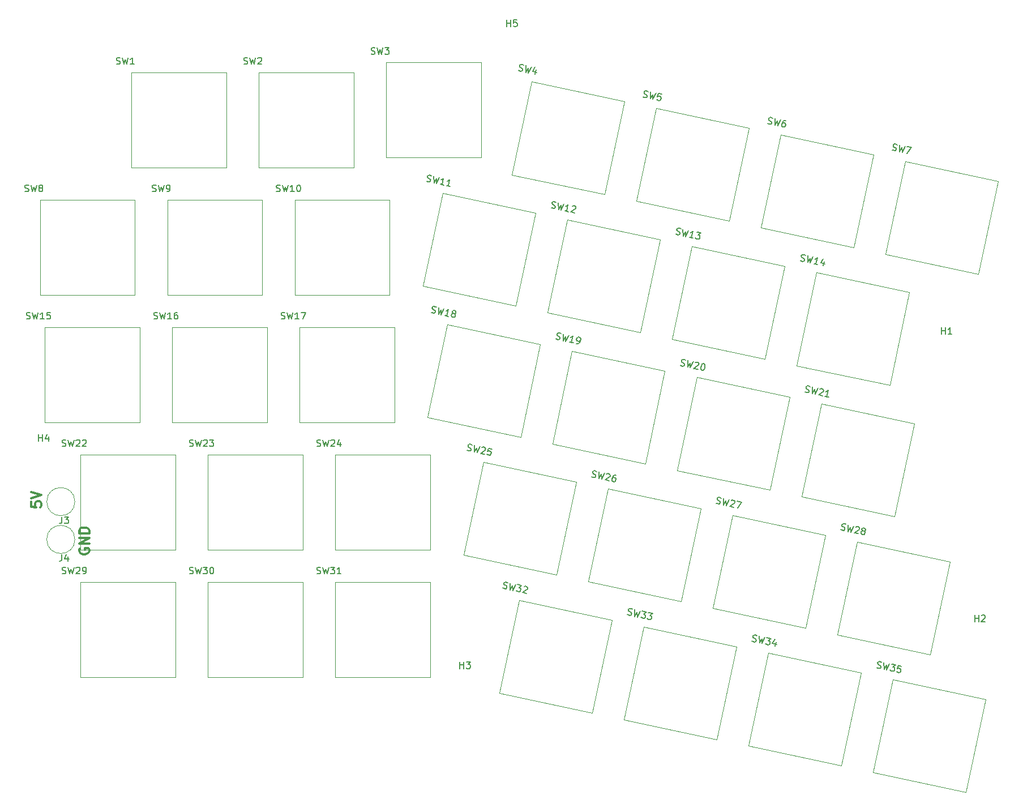
<source format=gbr>
%TF.GenerationSoftware,KiCad,Pcbnew,9.0.3*%
%TF.CreationDate,2025-11-25T19:45:44-05:00*%
%TF.ProjectId,Wren,5772656e-2e6b-4696-9361-645f70636258,rev?*%
%TF.SameCoordinates,Original*%
%TF.FileFunction,Legend,Top*%
%TF.FilePolarity,Positive*%
%FSLAX46Y46*%
G04 Gerber Fmt 4.6, Leading zero omitted, Abs format (unit mm)*
G04 Created by KiCad (PCBNEW 9.0.3) date 2025-11-25 19:45:44*
%MOMM*%
%LPD*%
G01*
G04 APERTURE LIST*
%ADD10C,0.300000*%
%ADD11C,0.150000*%
%ADD12C,0.120000*%
G04 APERTURE END LIST*
D10*
X140400828Y-233331203D02*
X140400828Y-234045489D01*
X140400828Y-234045489D02*
X141115114Y-234116917D01*
X141115114Y-234116917D02*
X141043685Y-234045489D01*
X141043685Y-234045489D02*
X140972257Y-233902632D01*
X140972257Y-233902632D02*
X140972257Y-233545489D01*
X140972257Y-233545489D02*
X141043685Y-233402632D01*
X141043685Y-233402632D02*
X141115114Y-233331203D01*
X141115114Y-233331203D02*
X141257971Y-233259774D01*
X141257971Y-233259774D02*
X141615114Y-233259774D01*
X141615114Y-233259774D02*
X141757971Y-233331203D01*
X141757971Y-233331203D02*
X141829400Y-233402632D01*
X141829400Y-233402632D02*
X141900828Y-233545489D01*
X141900828Y-233545489D02*
X141900828Y-233902632D01*
X141900828Y-233902632D02*
X141829400Y-234045489D01*
X141829400Y-234045489D02*
X141757971Y-234116917D01*
X140400828Y-232831203D02*
X141900828Y-232331203D01*
X141900828Y-232331203D02*
X140400828Y-231831203D01*
X147622257Y-240309774D02*
X147550828Y-240452632D01*
X147550828Y-240452632D02*
X147550828Y-240666917D01*
X147550828Y-240666917D02*
X147622257Y-240881203D01*
X147622257Y-240881203D02*
X147765114Y-241024060D01*
X147765114Y-241024060D02*
X147907971Y-241095489D01*
X147907971Y-241095489D02*
X148193685Y-241166917D01*
X148193685Y-241166917D02*
X148407971Y-241166917D01*
X148407971Y-241166917D02*
X148693685Y-241095489D01*
X148693685Y-241095489D02*
X148836542Y-241024060D01*
X148836542Y-241024060D02*
X148979400Y-240881203D01*
X148979400Y-240881203D02*
X149050828Y-240666917D01*
X149050828Y-240666917D02*
X149050828Y-240524060D01*
X149050828Y-240524060D02*
X148979400Y-240309774D01*
X148979400Y-240309774D02*
X148907971Y-240238346D01*
X148907971Y-240238346D02*
X148407971Y-240238346D01*
X148407971Y-240238346D02*
X148407971Y-240524060D01*
X149050828Y-239595489D02*
X147550828Y-239595489D01*
X147550828Y-239595489D02*
X149050828Y-238738346D01*
X149050828Y-238738346D02*
X147550828Y-238738346D01*
X149050828Y-238024060D02*
X147550828Y-238024060D01*
X147550828Y-238024060D02*
X147550828Y-237666917D01*
X147550828Y-237666917D02*
X147622257Y-237452631D01*
X147622257Y-237452631D02*
X147765114Y-237309774D01*
X147765114Y-237309774D02*
X147907971Y-237238345D01*
X147907971Y-237238345D02*
X148193685Y-237166917D01*
X148193685Y-237166917D02*
X148407971Y-237166917D01*
X148407971Y-237166917D02*
X148693685Y-237238345D01*
X148693685Y-237238345D02*
X148836542Y-237309774D01*
X148836542Y-237309774D02*
X148979400Y-237452631D01*
X148979400Y-237452631D02*
X149050828Y-237666917D01*
X149050828Y-237666917D02*
X149050828Y-238024060D01*
D11*
X236775621Y-193289204D02*
X236905456Y-193365484D01*
X236905456Y-193365484D02*
X237138349Y-193414987D01*
X237138349Y-193414987D02*
X237241406Y-193388210D01*
X237241406Y-193388210D02*
X237297885Y-193351532D01*
X237297885Y-193351532D02*
X237364265Y-193268275D01*
X237364265Y-193268275D02*
X237384066Y-193175118D01*
X237384066Y-193175118D02*
X237357288Y-193072061D01*
X237357288Y-193072061D02*
X237320611Y-193015582D01*
X237320611Y-193015582D02*
X237237354Y-192949202D01*
X237237354Y-192949202D02*
X237060941Y-192863022D01*
X237060941Y-192863022D02*
X236977685Y-192796642D01*
X236977685Y-192796642D02*
X236941007Y-192740163D01*
X236941007Y-192740163D02*
X236914229Y-192637106D01*
X236914229Y-192637106D02*
X236934030Y-192543949D01*
X236934030Y-192543949D02*
X237000410Y-192460692D01*
X237000410Y-192460692D02*
X237056889Y-192424014D01*
X237056889Y-192424014D02*
X237159946Y-192397237D01*
X237159946Y-192397237D02*
X237392839Y-192446740D01*
X237392839Y-192446740D02*
X237522674Y-192523020D01*
X237858623Y-192545745D02*
X237883604Y-193573396D01*
X237883604Y-193573396D02*
X238218426Y-192914321D01*
X238218426Y-192914321D02*
X238256232Y-193652600D01*
X238256232Y-193652600D02*
X238697036Y-192723956D01*
X239374114Y-193890214D02*
X238815173Y-193771407D01*
X239094644Y-193830810D02*
X239302555Y-192852663D01*
X239302555Y-192852663D02*
X239179697Y-192972597D01*
X239179697Y-192972597D02*
X239066739Y-193045953D01*
X239066739Y-193045953D02*
X238963681Y-193072730D01*
X239908075Y-192981370D02*
X240513595Y-193110077D01*
X240513595Y-193110077D02*
X240108342Y-193413401D01*
X240108342Y-193413401D02*
X240248077Y-193443103D01*
X240248077Y-193443103D02*
X240331333Y-193509482D01*
X240331333Y-193509482D02*
X240368011Y-193565961D01*
X240368011Y-193565961D02*
X240394789Y-193669019D01*
X240394789Y-193669019D02*
X240345286Y-193901911D01*
X240345286Y-193901911D02*
X240278906Y-193985167D01*
X240278906Y-193985167D02*
X240222427Y-194021845D01*
X240222427Y-194021845D02*
X240119370Y-194048623D01*
X240119370Y-194048623D02*
X239839899Y-193989219D01*
X239839899Y-193989219D02*
X239756643Y-193922840D01*
X239756643Y-193922840D02*
X239719965Y-193866361D01*
X211488095Y-162254819D02*
X211488095Y-161254819D01*
X211488095Y-161731009D02*
X212059523Y-161731009D01*
X212059523Y-162254819D02*
X212059523Y-161254819D01*
X213011904Y-161254819D02*
X212535714Y-161254819D01*
X212535714Y-161254819D02*
X212488095Y-161731009D01*
X212488095Y-161731009D02*
X212535714Y-161683390D01*
X212535714Y-161683390D02*
X212630952Y-161635771D01*
X212630952Y-161635771D02*
X212869047Y-161635771D01*
X212869047Y-161635771D02*
X212964285Y-161683390D01*
X212964285Y-161683390D02*
X213011904Y-161731009D01*
X213011904Y-161731009D02*
X213059523Y-161826247D01*
X213059523Y-161826247D02*
X213059523Y-162064342D01*
X213059523Y-162064342D02*
X213011904Y-162159580D01*
X213011904Y-162159580D02*
X212964285Y-162207200D01*
X212964285Y-162207200D02*
X212869047Y-162254819D01*
X212869047Y-162254819D02*
X212630952Y-162254819D01*
X212630952Y-162254819D02*
X212535714Y-162207200D01*
X212535714Y-162207200D02*
X212488095Y-162159580D01*
X237473304Y-212913116D02*
X237603139Y-212989396D01*
X237603139Y-212989396D02*
X237836032Y-213038899D01*
X237836032Y-213038899D02*
X237939089Y-213012122D01*
X237939089Y-213012122D02*
X237995568Y-212975444D01*
X237995568Y-212975444D02*
X238061948Y-212892187D01*
X238061948Y-212892187D02*
X238081749Y-212799030D01*
X238081749Y-212799030D02*
X238054971Y-212695973D01*
X238054971Y-212695973D02*
X238018294Y-212639494D01*
X238018294Y-212639494D02*
X237935037Y-212573114D01*
X237935037Y-212573114D02*
X237758624Y-212486934D01*
X237758624Y-212486934D02*
X237675368Y-212420554D01*
X237675368Y-212420554D02*
X237638690Y-212364075D01*
X237638690Y-212364075D02*
X237611912Y-212261018D01*
X237611912Y-212261018D02*
X237631713Y-212167861D01*
X237631713Y-212167861D02*
X237698093Y-212084604D01*
X237698093Y-212084604D02*
X237754572Y-212047926D01*
X237754572Y-212047926D02*
X237857629Y-212021149D01*
X237857629Y-212021149D02*
X238090522Y-212070652D01*
X238090522Y-212070652D02*
X238220357Y-212146932D01*
X238556306Y-212169657D02*
X238581287Y-213197308D01*
X238581287Y-213197308D02*
X238916109Y-212538233D01*
X238916109Y-212538233D02*
X238953915Y-213276512D01*
X238953915Y-213276512D02*
X239394719Y-212347868D01*
X239700967Y-212510328D02*
X239757446Y-212473650D01*
X239757446Y-212473650D02*
X239860503Y-212446873D01*
X239860503Y-212446873D02*
X240093395Y-212496376D01*
X240093395Y-212496376D02*
X240176652Y-212562755D01*
X240176652Y-212562755D02*
X240213330Y-212619234D01*
X240213330Y-212619234D02*
X240240107Y-212722292D01*
X240240107Y-212722292D02*
X240220306Y-212815449D01*
X240220306Y-212815449D02*
X240144026Y-212945284D01*
X240144026Y-212945284D02*
X239466277Y-213385418D01*
X239466277Y-213385418D02*
X240071797Y-213514126D01*
X240885229Y-212664685D02*
X240978386Y-212684486D01*
X240978386Y-212684486D02*
X241061642Y-212750866D01*
X241061642Y-212750866D02*
X241098320Y-212807345D01*
X241098320Y-212807345D02*
X241125098Y-212910402D01*
X241125098Y-212910402D02*
X241132074Y-213106617D01*
X241132074Y-213106617D02*
X241082571Y-213339509D01*
X241082571Y-213339509D02*
X240996390Y-213515922D01*
X240996390Y-213515922D02*
X240930011Y-213599179D01*
X240930011Y-213599179D02*
X240873532Y-213635857D01*
X240873532Y-213635857D02*
X240770474Y-213662634D01*
X240770474Y-213662634D02*
X240677317Y-213642833D01*
X240677317Y-213642833D02*
X240594061Y-213576453D01*
X240594061Y-213576453D02*
X240557383Y-213519974D01*
X240557383Y-213519974D02*
X240530606Y-213416917D01*
X240530606Y-213416917D02*
X240523630Y-213220702D01*
X240523630Y-213220702D02*
X240573132Y-212987810D01*
X240573132Y-212987810D02*
X240659313Y-212811397D01*
X240659313Y-212811397D02*
X240725693Y-212728141D01*
X240725693Y-212728141D02*
X240782172Y-212691463D01*
X240782172Y-212691463D02*
X240885229Y-212664685D01*
X183100476Y-225007200D02*
X183243333Y-225054819D01*
X183243333Y-225054819D02*
X183481428Y-225054819D01*
X183481428Y-225054819D02*
X183576666Y-225007200D01*
X183576666Y-225007200D02*
X183624285Y-224959580D01*
X183624285Y-224959580D02*
X183671904Y-224864342D01*
X183671904Y-224864342D02*
X183671904Y-224769104D01*
X183671904Y-224769104D02*
X183624285Y-224673866D01*
X183624285Y-224673866D02*
X183576666Y-224626247D01*
X183576666Y-224626247D02*
X183481428Y-224578628D01*
X183481428Y-224578628D02*
X183290952Y-224531009D01*
X183290952Y-224531009D02*
X183195714Y-224483390D01*
X183195714Y-224483390D02*
X183148095Y-224435771D01*
X183148095Y-224435771D02*
X183100476Y-224340533D01*
X183100476Y-224340533D02*
X183100476Y-224245295D01*
X183100476Y-224245295D02*
X183148095Y-224150057D01*
X183148095Y-224150057D02*
X183195714Y-224102438D01*
X183195714Y-224102438D02*
X183290952Y-224054819D01*
X183290952Y-224054819D02*
X183529047Y-224054819D01*
X183529047Y-224054819D02*
X183671904Y-224102438D01*
X184005238Y-224054819D02*
X184243333Y-225054819D01*
X184243333Y-225054819D02*
X184433809Y-224340533D01*
X184433809Y-224340533D02*
X184624285Y-225054819D01*
X184624285Y-225054819D02*
X184862381Y-224054819D01*
X185195714Y-224150057D02*
X185243333Y-224102438D01*
X185243333Y-224102438D02*
X185338571Y-224054819D01*
X185338571Y-224054819D02*
X185576666Y-224054819D01*
X185576666Y-224054819D02*
X185671904Y-224102438D01*
X185671904Y-224102438D02*
X185719523Y-224150057D01*
X185719523Y-224150057D02*
X185767142Y-224245295D01*
X185767142Y-224245295D02*
X185767142Y-224340533D01*
X185767142Y-224340533D02*
X185719523Y-224483390D01*
X185719523Y-224483390D02*
X185148095Y-225054819D01*
X185148095Y-225054819D02*
X185767142Y-225054819D01*
X186624285Y-224388152D02*
X186624285Y-225054819D01*
X186386190Y-224007200D02*
X186148095Y-224721485D01*
X186148095Y-224721485D02*
X186767142Y-224721485D01*
X158700476Y-205957200D02*
X158843333Y-206004819D01*
X158843333Y-206004819D02*
X159081428Y-206004819D01*
X159081428Y-206004819D02*
X159176666Y-205957200D01*
X159176666Y-205957200D02*
X159224285Y-205909580D01*
X159224285Y-205909580D02*
X159271904Y-205814342D01*
X159271904Y-205814342D02*
X159271904Y-205719104D01*
X159271904Y-205719104D02*
X159224285Y-205623866D01*
X159224285Y-205623866D02*
X159176666Y-205576247D01*
X159176666Y-205576247D02*
X159081428Y-205528628D01*
X159081428Y-205528628D02*
X158890952Y-205481009D01*
X158890952Y-205481009D02*
X158795714Y-205433390D01*
X158795714Y-205433390D02*
X158748095Y-205385771D01*
X158748095Y-205385771D02*
X158700476Y-205290533D01*
X158700476Y-205290533D02*
X158700476Y-205195295D01*
X158700476Y-205195295D02*
X158748095Y-205100057D01*
X158748095Y-205100057D02*
X158795714Y-205052438D01*
X158795714Y-205052438D02*
X158890952Y-205004819D01*
X158890952Y-205004819D02*
X159129047Y-205004819D01*
X159129047Y-205004819D02*
X159271904Y-205052438D01*
X159605238Y-205004819D02*
X159843333Y-206004819D01*
X159843333Y-206004819D02*
X160033809Y-205290533D01*
X160033809Y-205290533D02*
X160224285Y-206004819D01*
X160224285Y-206004819D02*
X160462381Y-205004819D01*
X161367142Y-206004819D02*
X160795714Y-206004819D01*
X161081428Y-206004819D02*
X161081428Y-205004819D01*
X161081428Y-205004819D02*
X160986190Y-205147676D01*
X160986190Y-205147676D02*
X160890952Y-205242914D01*
X160890952Y-205242914D02*
X160795714Y-205290533D01*
X162224285Y-205004819D02*
X162033809Y-205004819D01*
X162033809Y-205004819D02*
X161938571Y-205052438D01*
X161938571Y-205052438D02*
X161890952Y-205100057D01*
X161890952Y-205100057D02*
X161795714Y-205242914D01*
X161795714Y-205242914D02*
X161748095Y-205433390D01*
X161748095Y-205433390D02*
X161748095Y-205814342D01*
X161748095Y-205814342D02*
X161795714Y-205909580D01*
X161795714Y-205909580D02*
X161843333Y-205957200D01*
X161843333Y-205957200D02*
X161938571Y-206004819D01*
X161938571Y-206004819D02*
X162129047Y-206004819D01*
X162129047Y-206004819D02*
X162224285Y-205957200D01*
X162224285Y-205957200D02*
X162271904Y-205909580D01*
X162271904Y-205909580D02*
X162319523Y-205814342D01*
X162319523Y-205814342D02*
X162319523Y-205576247D01*
X162319523Y-205576247D02*
X162271904Y-205481009D01*
X162271904Y-205481009D02*
X162224285Y-205433390D01*
X162224285Y-205433390D02*
X162129047Y-205385771D01*
X162129047Y-205385771D02*
X161938571Y-205385771D01*
X161938571Y-205385771D02*
X161843333Y-205433390D01*
X161843333Y-205433390D02*
X161795714Y-205481009D01*
X161795714Y-205481009D02*
X161748095Y-205576247D01*
X276488095Y-208254819D02*
X276488095Y-207254819D01*
X276488095Y-207731009D02*
X277059523Y-207731009D01*
X277059523Y-208254819D02*
X277059523Y-207254819D01*
X278059523Y-208254819D02*
X277488095Y-208254819D01*
X277773809Y-208254819D02*
X277773809Y-207254819D01*
X277773809Y-207254819D02*
X277678571Y-207397676D01*
X277678571Y-207397676D02*
X277583333Y-207492914D01*
X277583333Y-207492914D02*
X277488095Y-207540533D01*
X261463197Y-237487946D02*
X261593032Y-237564226D01*
X261593032Y-237564226D02*
X261825925Y-237613729D01*
X261825925Y-237613729D02*
X261928982Y-237586952D01*
X261928982Y-237586952D02*
X261985461Y-237550274D01*
X261985461Y-237550274D02*
X262051841Y-237467017D01*
X262051841Y-237467017D02*
X262071642Y-237373860D01*
X262071642Y-237373860D02*
X262044864Y-237270803D01*
X262044864Y-237270803D02*
X262008187Y-237214324D01*
X262008187Y-237214324D02*
X261924930Y-237147944D01*
X261924930Y-237147944D02*
X261748517Y-237061764D01*
X261748517Y-237061764D02*
X261665261Y-236995384D01*
X261665261Y-236995384D02*
X261628583Y-236938905D01*
X261628583Y-236938905D02*
X261601805Y-236835848D01*
X261601805Y-236835848D02*
X261621606Y-236742691D01*
X261621606Y-236742691D02*
X261687986Y-236659434D01*
X261687986Y-236659434D02*
X261744465Y-236622756D01*
X261744465Y-236622756D02*
X261847522Y-236595979D01*
X261847522Y-236595979D02*
X262080415Y-236645482D01*
X262080415Y-236645482D02*
X262210250Y-236721762D01*
X262546199Y-236744487D02*
X262571180Y-237772138D01*
X262571180Y-237772138D02*
X262906002Y-237113063D01*
X262906002Y-237113063D02*
X262943808Y-237851342D01*
X262943808Y-237851342D02*
X263384612Y-236922698D01*
X263690860Y-237085158D02*
X263747339Y-237048480D01*
X263747339Y-237048480D02*
X263850396Y-237021703D01*
X263850396Y-237021703D02*
X264083288Y-237071206D01*
X264083288Y-237071206D02*
X264166545Y-237137585D01*
X264166545Y-237137585D02*
X264203223Y-237194064D01*
X264203223Y-237194064D02*
X264230000Y-237297122D01*
X264230000Y-237297122D02*
X264210199Y-237390279D01*
X264210199Y-237390279D02*
X264133919Y-237520114D01*
X264133919Y-237520114D02*
X263456170Y-237960248D01*
X263456170Y-237960248D02*
X264061690Y-238088956D01*
X264739439Y-237648821D02*
X264656182Y-237582441D01*
X264656182Y-237582441D02*
X264619504Y-237525962D01*
X264619504Y-237525962D02*
X264592727Y-237422905D01*
X264592727Y-237422905D02*
X264602628Y-237376326D01*
X264602628Y-237376326D02*
X264669007Y-237293070D01*
X264669007Y-237293070D02*
X264725486Y-237256392D01*
X264725486Y-237256392D02*
X264828544Y-237229615D01*
X264828544Y-237229615D02*
X265014857Y-237269217D01*
X265014857Y-237269217D02*
X265098114Y-237335597D01*
X265098114Y-237335597D02*
X265134792Y-237392076D01*
X265134792Y-237392076D02*
X265161569Y-237495133D01*
X265161569Y-237495133D02*
X265151669Y-237541711D01*
X265151669Y-237541711D02*
X265085289Y-237624968D01*
X265085289Y-237624968D02*
X265028810Y-237661646D01*
X265028810Y-237661646D02*
X264925752Y-237688423D01*
X264925752Y-237688423D02*
X264739439Y-237648821D01*
X264739439Y-237648821D02*
X264636381Y-237675598D01*
X264636381Y-237675598D02*
X264579902Y-237712276D01*
X264579902Y-237712276D02*
X264513523Y-237795532D01*
X264513523Y-237795532D02*
X264473920Y-237981846D01*
X264473920Y-237981846D02*
X264500698Y-238084904D01*
X264500698Y-238084904D02*
X264537376Y-238141383D01*
X264537376Y-238141383D02*
X264620632Y-238207762D01*
X264620632Y-238207762D02*
X264806946Y-238247365D01*
X264806946Y-238247365D02*
X264910003Y-238220587D01*
X264910003Y-238220587D02*
X264966482Y-238183909D01*
X264966482Y-238183909D02*
X265032862Y-238100653D01*
X265032862Y-238100653D02*
X265072464Y-237914339D01*
X265072464Y-237914339D02*
X265045687Y-237811282D01*
X265045687Y-237811282D02*
X265009009Y-237754803D01*
X265009009Y-237754803D02*
X264925752Y-237688423D01*
X139426667Y-186907200D02*
X139569524Y-186954819D01*
X139569524Y-186954819D02*
X139807619Y-186954819D01*
X139807619Y-186954819D02*
X139902857Y-186907200D01*
X139902857Y-186907200D02*
X139950476Y-186859580D01*
X139950476Y-186859580D02*
X139998095Y-186764342D01*
X139998095Y-186764342D02*
X139998095Y-186669104D01*
X139998095Y-186669104D02*
X139950476Y-186573866D01*
X139950476Y-186573866D02*
X139902857Y-186526247D01*
X139902857Y-186526247D02*
X139807619Y-186478628D01*
X139807619Y-186478628D02*
X139617143Y-186431009D01*
X139617143Y-186431009D02*
X139521905Y-186383390D01*
X139521905Y-186383390D02*
X139474286Y-186335771D01*
X139474286Y-186335771D02*
X139426667Y-186240533D01*
X139426667Y-186240533D02*
X139426667Y-186145295D01*
X139426667Y-186145295D02*
X139474286Y-186050057D01*
X139474286Y-186050057D02*
X139521905Y-186002438D01*
X139521905Y-186002438D02*
X139617143Y-185954819D01*
X139617143Y-185954819D02*
X139855238Y-185954819D01*
X139855238Y-185954819D02*
X139998095Y-186002438D01*
X140331429Y-185954819D02*
X140569524Y-186954819D01*
X140569524Y-186954819D02*
X140760000Y-186240533D01*
X140760000Y-186240533D02*
X140950476Y-186954819D01*
X140950476Y-186954819D02*
X141188572Y-185954819D01*
X141712381Y-186383390D02*
X141617143Y-186335771D01*
X141617143Y-186335771D02*
X141569524Y-186288152D01*
X141569524Y-186288152D02*
X141521905Y-186192914D01*
X141521905Y-186192914D02*
X141521905Y-186145295D01*
X141521905Y-186145295D02*
X141569524Y-186050057D01*
X141569524Y-186050057D02*
X141617143Y-186002438D01*
X141617143Y-186002438D02*
X141712381Y-185954819D01*
X141712381Y-185954819D02*
X141902857Y-185954819D01*
X141902857Y-185954819D02*
X141998095Y-186002438D01*
X141998095Y-186002438D02*
X142045714Y-186050057D01*
X142045714Y-186050057D02*
X142093333Y-186145295D01*
X142093333Y-186145295D02*
X142093333Y-186192914D01*
X142093333Y-186192914D02*
X142045714Y-186288152D01*
X142045714Y-186288152D02*
X141998095Y-186335771D01*
X141998095Y-186335771D02*
X141902857Y-186383390D01*
X141902857Y-186383390D02*
X141712381Y-186383390D01*
X141712381Y-186383390D02*
X141617143Y-186431009D01*
X141617143Y-186431009D02*
X141569524Y-186478628D01*
X141569524Y-186478628D02*
X141521905Y-186573866D01*
X141521905Y-186573866D02*
X141521905Y-186764342D01*
X141521905Y-186764342D02*
X141569524Y-186859580D01*
X141569524Y-186859580D02*
X141617143Y-186907200D01*
X141617143Y-186907200D02*
X141712381Y-186954819D01*
X141712381Y-186954819D02*
X141902857Y-186954819D01*
X141902857Y-186954819D02*
X141998095Y-186907200D01*
X141998095Y-186907200D02*
X142045714Y-186859580D01*
X142045714Y-186859580D02*
X142093333Y-186764342D01*
X142093333Y-186764342D02*
X142093333Y-186573866D01*
X142093333Y-186573866D02*
X142045714Y-186478628D01*
X142045714Y-186478628D02*
X141998095Y-186431009D01*
X141998095Y-186431009D02*
X141902857Y-186383390D01*
X250519026Y-176734898D02*
X250648860Y-176811178D01*
X250648860Y-176811178D02*
X250881753Y-176860681D01*
X250881753Y-176860681D02*
X250984810Y-176833903D01*
X250984810Y-176833903D02*
X251041289Y-176797225D01*
X251041289Y-176797225D02*
X251107669Y-176713969D01*
X251107669Y-176713969D02*
X251127470Y-176620812D01*
X251127470Y-176620812D02*
X251100692Y-176517755D01*
X251100692Y-176517755D02*
X251064015Y-176461276D01*
X251064015Y-176461276D02*
X250980758Y-176394896D01*
X250980758Y-176394896D02*
X250804345Y-176308715D01*
X250804345Y-176308715D02*
X250721089Y-176242336D01*
X250721089Y-176242336D02*
X250684411Y-176185857D01*
X250684411Y-176185857D02*
X250657633Y-176082799D01*
X250657633Y-176082799D02*
X250677434Y-175989642D01*
X250677434Y-175989642D02*
X250743814Y-175906386D01*
X250743814Y-175906386D02*
X250800293Y-175869708D01*
X250800293Y-175869708D02*
X250903351Y-175842931D01*
X250903351Y-175842931D02*
X251136243Y-175892434D01*
X251136243Y-175892434D02*
X251266078Y-175968714D01*
X251602027Y-175991439D02*
X251627008Y-177019090D01*
X251627008Y-177019090D02*
X251961830Y-176360015D01*
X251961830Y-176360015D02*
X251999636Y-177098294D01*
X251999636Y-177098294D02*
X252440440Y-176169649D01*
X253232273Y-176337959D02*
X253045959Y-176298356D01*
X253045959Y-176298356D02*
X252942902Y-176325134D01*
X252942902Y-176325134D02*
X252886423Y-176361812D01*
X252886423Y-176361812D02*
X252763564Y-176481746D01*
X252763564Y-176481746D02*
X252677384Y-176658159D01*
X252677384Y-176658159D02*
X252598179Y-177030787D01*
X252598179Y-177030787D02*
X252624957Y-177133844D01*
X252624957Y-177133844D02*
X252661635Y-177190323D01*
X252661635Y-177190323D02*
X252744891Y-177256703D01*
X252744891Y-177256703D02*
X252931205Y-177296305D01*
X252931205Y-177296305D02*
X253034262Y-177269528D01*
X253034262Y-177269528D02*
X253090741Y-177232850D01*
X253090741Y-177232850D02*
X253157121Y-177149594D01*
X253157121Y-177149594D02*
X253206624Y-176916701D01*
X253206624Y-176916701D02*
X253179846Y-176813644D01*
X253179846Y-176813644D02*
X253143168Y-176757165D01*
X253143168Y-176757165D02*
X253059912Y-176690785D01*
X253059912Y-176690785D02*
X252873598Y-176651183D01*
X252873598Y-176651183D02*
X252770541Y-176677960D01*
X252770541Y-176677960D02*
X252714062Y-176714638D01*
X252714062Y-176714638D02*
X252647682Y-176797895D01*
X231885314Y-172774180D02*
X232015148Y-172850460D01*
X232015148Y-172850460D02*
X232248041Y-172899963D01*
X232248041Y-172899963D02*
X232351098Y-172873185D01*
X232351098Y-172873185D02*
X232407577Y-172836507D01*
X232407577Y-172836507D02*
X232473957Y-172753251D01*
X232473957Y-172753251D02*
X232493758Y-172660094D01*
X232493758Y-172660094D02*
X232466980Y-172557037D01*
X232466980Y-172557037D02*
X232430303Y-172500558D01*
X232430303Y-172500558D02*
X232347046Y-172434178D01*
X232347046Y-172434178D02*
X232170633Y-172347997D01*
X232170633Y-172347997D02*
X232087377Y-172281618D01*
X232087377Y-172281618D02*
X232050699Y-172225139D01*
X232050699Y-172225139D02*
X232023921Y-172122081D01*
X232023921Y-172122081D02*
X232043722Y-172028924D01*
X232043722Y-172028924D02*
X232110102Y-171945668D01*
X232110102Y-171945668D02*
X232166581Y-171908990D01*
X232166581Y-171908990D02*
X232269639Y-171882213D01*
X232269639Y-171882213D02*
X232502531Y-171931716D01*
X232502531Y-171931716D02*
X232632366Y-172007996D01*
X232968315Y-172030721D02*
X232993296Y-173058372D01*
X232993296Y-173058372D02*
X233328118Y-172399297D01*
X233328118Y-172399297D02*
X233365924Y-173137576D01*
X233365924Y-173137576D02*
X233806728Y-172208931D01*
X234645140Y-172387141D02*
X234179355Y-172288136D01*
X234179355Y-172288136D02*
X234033771Y-172744020D01*
X234033771Y-172744020D02*
X234090250Y-172707342D01*
X234090250Y-172707342D02*
X234193308Y-172680564D01*
X234193308Y-172680564D02*
X234426200Y-172730067D01*
X234426200Y-172730067D02*
X234509456Y-172796447D01*
X234509456Y-172796447D02*
X234546134Y-172852926D01*
X234546134Y-172852926D02*
X234572912Y-172955983D01*
X234572912Y-172955983D02*
X234523409Y-173188876D01*
X234523409Y-173188876D02*
X234457029Y-173272132D01*
X234457029Y-173272132D02*
X234400550Y-173308810D01*
X234400550Y-173308810D02*
X234297493Y-173335587D01*
X234297493Y-173335587D02*
X234064600Y-173286084D01*
X234064600Y-173286084D02*
X233981344Y-173219705D01*
X233981344Y-173219705D02*
X233944666Y-173163226D01*
X144966666Y-241204819D02*
X144966666Y-241919104D01*
X144966666Y-241919104D02*
X144919047Y-242061961D01*
X144919047Y-242061961D02*
X144823809Y-242157200D01*
X144823809Y-242157200D02*
X144680952Y-242204819D01*
X144680952Y-242204819D02*
X144585714Y-242204819D01*
X145871428Y-241538152D02*
X145871428Y-242204819D01*
X145633333Y-241157200D02*
X145395238Y-241871485D01*
X145395238Y-241871485D02*
X146014285Y-241871485D01*
X218839592Y-208952398D02*
X218969427Y-209028678D01*
X218969427Y-209028678D02*
X219202320Y-209078181D01*
X219202320Y-209078181D02*
X219305377Y-209051404D01*
X219305377Y-209051404D02*
X219361856Y-209014726D01*
X219361856Y-209014726D02*
X219428236Y-208931469D01*
X219428236Y-208931469D02*
X219448037Y-208838312D01*
X219448037Y-208838312D02*
X219421259Y-208735255D01*
X219421259Y-208735255D02*
X219384582Y-208678776D01*
X219384582Y-208678776D02*
X219301325Y-208612396D01*
X219301325Y-208612396D02*
X219124912Y-208526216D01*
X219124912Y-208526216D02*
X219041656Y-208459836D01*
X219041656Y-208459836D02*
X219004978Y-208403357D01*
X219004978Y-208403357D02*
X218978200Y-208300300D01*
X218978200Y-208300300D02*
X218998001Y-208207143D01*
X218998001Y-208207143D02*
X219064381Y-208123886D01*
X219064381Y-208123886D02*
X219120860Y-208087208D01*
X219120860Y-208087208D02*
X219223917Y-208060431D01*
X219223917Y-208060431D02*
X219456810Y-208109934D01*
X219456810Y-208109934D02*
X219586645Y-208186214D01*
X219922594Y-208208939D02*
X219947575Y-209236590D01*
X219947575Y-209236590D02*
X220282397Y-208577515D01*
X220282397Y-208577515D02*
X220320203Y-209315794D01*
X220320203Y-209315794D02*
X220761007Y-208387150D01*
X221438085Y-209553408D02*
X220879144Y-209434601D01*
X221158615Y-209494004D02*
X221366526Y-208515857D01*
X221366526Y-208515857D02*
X221243668Y-208635791D01*
X221243668Y-208635791D02*
X221130710Y-208709147D01*
X221130710Y-208709147D02*
X221027652Y-208735924D01*
X221903870Y-209652413D02*
X222090184Y-209692015D01*
X222090184Y-209692015D02*
X222193241Y-209665238D01*
X222193241Y-209665238D02*
X222249720Y-209628560D01*
X222249720Y-209628560D02*
X222372579Y-209508626D01*
X222372579Y-209508626D02*
X222458760Y-209332213D01*
X222458760Y-209332213D02*
X222537964Y-208959585D01*
X222537964Y-208959585D02*
X222511187Y-208856528D01*
X222511187Y-208856528D02*
X222474509Y-208800049D01*
X222474509Y-208800049D02*
X222391252Y-208733669D01*
X222391252Y-208733669D02*
X222204939Y-208694067D01*
X222204939Y-208694067D02*
X222101881Y-208720844D01*
X222101881Y-208720844D02*
X222045402Y-208757522D01*
X222045402Y-208757522D02*
X221979023Y-208840778D01*
X221979023Y-208840778D02*
X221929520Y-209073671D01*
X221929520Y-209073671D02*
X221956297Y-209176728D01*
X221956297Y-209176728D02*
X221992975Y-209233207D01*
X221992975Y-209233207D02*
X222076231Y-209299587D01*
X222076231Y-209299587D02*
X222262545Y-209339189D01*
X222262545Y-209339189D02*
X222365603Y-209312412D01*
X222365603Y-209312412D02*
X222422082Y-209275734D01*
X222422082Y-209275734D02*
X222488461Y-209192477D01*
X205562062Y-225605793D02*
X205691897Y-225682073D01*
X205691897Y-225682073D02*
X205924790Y-225731576D01*
X205924790Y-225731576D02*
X206027847Y-225704799D01*
X206027847Y-225704799D02*
X206084326Y-225668121D01*
X206084326Y-225668121D02*
X206150706Y-225584864D01*
X206150706Y-225584864D02*
X206170507Y-225491707D01*
X206170507Y-225491707D02*
X206143729Y-225388650D01*
X206143729Y-225388650D02*
X206107052Y-225332171D01*
X206107052Y-225332171D02*
X206023795Y-225265791D01*
X206023795Y-225265791D02*
X205847382Y-225179611D01*
X205847382Y-225179611D02*
X205764126Y-225113231D01*
X205764126Y-225113231D02*
X205727448Y-225056752D01*
X205727448Y-225056752D02*
X205700670Y-224953695D01*
X205700670Y-224953695D02*
X205720471Y-224860538D01*
X205720471Y-224860538D02*
X205786851Y-224777281D01*
X205786851Y-224777281D02*
X205843330Y-224740603D01*
X205843330Y-224740603D02*
X205946387Y-224713826D01*
X205946387Y-224713826D02*
X206179280Y-224763329D01*
X206179280Y-224763329D02*
X206309115Y-224839609D01*
X206645064Y-224862334D02*
X206670045Y-225889985D01*
X206670045Y-225889985D02*
X207004867Y-225230910D01*
X207004867Y-225230910D02*
X207042673Y-225969189D01*
X207042673Y-225969189D02*
X207483477Y-225040545D01*
X207789725Y-225203005D02*
X207846204Y-225166327D01*
X207846204Y-225166327D02*
X207949261Y-225139550D01*
X207949261Y-225139550D02*
X208182153Y-225189053D01*
X208182153Y-225189053D02*
X208265410Y-225255432D01*
X208265410Y-225255432D02*
X208302088Y-225311911D01*
X208302088Y-225311911D02*
X208328865Y-225414969D01*
X208328865Y-225414969D02*
X208309064Y-225508126D01*
X208309064Y-225508126D02*
X208232784Y-225637961D01*
X208232784Y-225637961D02*
X207555035Y-226078095D01*
X207555035Y-226078095D02*
X208160555Y-226206803D01*
X209253458Y-225416766D02*
X208787673Y-225317760D01*
X208787673Y-225317760D02*
X208642089Y-225773644D01*
X208642089Y-225773644D02*
X208698568Y-225736966D01*
X208698568Y-225736966D02*
X208801626Y-225710189D01*
X208801626Y-225710189D02*
X209034518Y-225759692D01*
X209034518Y-225759692D02*
X209117774Y-225826071D01*
X209117774Y-225826071D02*
X209154452Y-225882550D01*
X209154452Y-225882550D02*
X209181230Y-225985608D01*
X209181230Y-225985608D02*
X209131727Y-226218500D01*
X209131727Y-226218500D02*
X209065347Y-226301756D01*
X209065347Y-226301756D02*
X209008868Y-226338434D01*
X209008868Y-226338434D02*
X208905811Y-226365212D01*
X208905811Y-226365212D02*
X208672919Y-226315709D01*
X208672919Y-226315709D02*
X208589662Y-226249329D01*
X208589662Y-226249329D02*
X208552984Y-226192850D01*
X164050476Y-244057200D02*
X164193333Y-244104819D01*
X164193333Y-244104819D02*
X164431428Y-244104819D01*
X164431428Y-244104819D02*
X164526666Y-244057200D01*
X164526666Y-244057200D02*
X164574285Y-244009580D01*
X164574285Y-244009580D02*
X164621904Y-243914342D01*
X164621904Y-243914342D02*
X164621904Y-243819104D01*
X164621904Y-243819104D02*
X164574285Y-243723866D01*
X164574285Y-243723866D02*
X164526666Y-243676247D01*
X164526666Y-243676247D02*
X164431428Y-243628628D01*
X164431428Y-243628628D02*
X164240952Y-243581009D01*
X164240952Y-243581009D02*
X164145714Y-243533390D01*
X164145714Y-243533390D02*
X164098095Y-243485771D01*
X164098095Y-243485771D02*
X164050476Y-243390533D01*
X164050476Y-243390533D02*
X164050476Y-243295295D01*
X164050476Y-243295295D02*
X164098095Y-243200057D01*
X164098095Y-243200057D02*
X164145714Y-243152438D01*
X164145714Y-243152438D02*
X164240952Y-243104819D01*
X164240952Y-243104819D02*
X164479047Y-243104819D01*
X164479047Y-243104819D02*
X164621904Y-243152438D01*
X164955238Y-243104819D02*
X165193333Y-244104819D01*
X165193333Y-244104819D02*
X165383809Y-243390533D01*
X165383809Y-243390533D02*
X165574285Y-244104819D01*
X165574285Y-244104819D02*
X165812381Y-243104819D01*
X166098095Y-243104819D02*
X166717142Y-243104819D01*
X166717142Y-243104819D02*
X166383809Y-243485771D01*
X166383809Y-243485771D02*
X166526666Y-243485771D01*
X166526666Y-243485771D02*
X166621904Y-243533390D01*
X166621904Y-243533390D02*
X166669523Y-243581009D01*
X166669523Y-243581009D02*
X166717142Y-243676247D01*
X166717142Y-243676247D02*
X166717142Y-243914342D01*
X166717142Y-243914342D02*
X166669523Y-244009580D01*
X166669523Y-244009580D02*
X166621904Y-244057200D01*
X166621904Y-244057200D02*
X166526666Y-244104819D01*
X166526666Y-244104819D02*
X166240952Y-244104819D01*
X166240952Y-244104819D02*
X166145714Y-244057200D01*
X166145714Y-244057200D02*
X166098095Y-244009580D01*
X167336190Y-243104819D02*
X167431428Y-243104819D01*
X167431428Y-243104819D02*
X167526666Y-243152438D01*
X167526666Y-243152438D02*
X167574285Y-243200057D01*
X167574285Y-243200057D02*
X167621904Y-243295295D01*
X167621904Y-243295295D02*
X167669523Y-243485771D01*
X167669523Y-243485771D02*
X167669523Y-243723866D01*
X167669523Y-243723866D02*
X167621904Y-243914342D01*
X167621904Y-243914342D02*
X167574285Y-244009580D01*
X167574285Y-244009580D02*
X167526666Y-244057200D01*
X167526666Y-244057200D02*
X167431428Y-244104819D01*
X167431428Y-244104819D02*
X167336190Y-244104819D01*
X167336190Y-244104819D02*
X167240952Y-244057200D01*
X167240952Y-244057200D02*
X167193333Y-244009580D01*
X167193333Y-244009580D02*
X167145714Y-243914342D01*
X167145714Y-243914342D02*
X167098095Y-243723866D01*
X167098095Y-243723866D02*
X167098095Y-243485771D01*
X167098095Y-243485771D02*
X167145714Y-243295295D01*
X167145714Y-243295295D02*
X167193333Y-243200057D01*
X167193333Y-243200057D02*
X167240952Y-243152438D01*
X167240952Y-243152438D02*
X167336190Y-243104819D01*
X256107015Y-216873834D02*
X256236850Y-216950114D01*
X256236850Y-216950114D02*
X256469743Y-216999617D01*
X256469743Y-216999617D02*
X256572800Y-216972840D01*
X256572800Y-216972840D02*
X256629279Y-216936162D01*
X256629279Y-216936162D02*
X256695659Y-216852905D01*
X256695659Y-216852905D02*
X256715460Y-216759748D01*
X256715460Y-216759748D02*
X256688682Y-216656691D01*
X256688682Y-216656691D02*
X256652005Y-216600212D01*
X256652005Y-216600212D02*
X256568748Y-216533832D01*
X256568748Y-216533832D02*
X256392335Y-216447652D01*
X256392335Y-216447652D02*
X256309079Y-216381272D01*
X256309079Y-216381272D02*
X256272401Y-216324793D01*
X256272401Y-216324793D02*
X256245623Y-216221736D01*
X256245623Y-216221736D02*
X256265424Y-216128579D01*
X256265424Y-216128579D02*
X256331804Y-216045322D01*
X256331804Y-216045322D02*
X256388283Y-216008644D01*
X256388283Y-216008644D02*
X256491340Y-215981867D01*
X256491340Y-215981867D02*
X256724233Y-216031370D01*
X256724233Y-216031370D02*
X256854068Y-216107650D01*
X257190017Y-216130375D02*
X257214998Y-217158026D01*
X257214998Y-217158026D02*
X257549820Y-216498951D01*
X257549820Y-216498951D02*
X257587626Y-217237230D01*
X257587626Y-217237230D02*
X258028430Y-216308586D01*
X258334678Y-216471046D02*
X258391157Y-216434368D01*
X258391157Y-216434368D02*
X258494214Y-216407591D01*
X258494214Y-216407591D02*
X258727106Y-216457094D01*
X258727106Y-216457094D02*
X258810363Y-216523473D01*
X258810363Y-216523473D02*
X258847041Y-216579952D01*
X258847041Y-216579952D02*
X258873818Y-216683010D01*
X258873818Y-216683010D02*
X258854017Y-216776167D01*
X258854017Y-216776167D02*
X258777737Y-216906002D01*
X258777737Y-216906002D02*
X258099988Y-217346136D01*
X258099988Y-217346136D02*
X258705508Y-217474844D01*
X259637078Y-217672855D02*
X259078136Y-217554048D01*
X259357607Y-217613451D02*
X259565519Y-216635304D01*
X259565519Y-216635304D02*
X259442660Y-216755238D01*
X259442660Y-216755238D02*
X259329702Y-216828594D01*
X259329702Y-216828594D02*
X259226644Y-216855371D01*
X191216667Y-166356800D02*
X191359524Y-166404419D01*
X191359524Y-166404419D02*
X191597619Y-166404419D01*
X191597619Y-166404419D02*
X191692857Y-166356800D01*
X191692857Y-166356800D02*
X191740476Y-166309180D01*
X191740476Y-166309180D02*
X191788095Y-166213942D01*
X191788095Y-166213942D02*
X191788095Y-166118704D01*
X191788095Y-166118704D02*
X191740476Y-166023466D01*
X191740476Y-166023466D02*
X191692857Y-165975847D01*
X191692857Y-165975847D02*
X191597619Y-165928228D01*
X191597619Y-165928228D02*
X191407143Y-165880609D01*
X191407143Y-165880609D02*
X191311905Y-165832990D01*
X191311905Y-165832990D02*
X191264286Y-165785371D01*
X191264286Y-165785371D02*
X191216667Y-165690133D01*
X191216667Y-165690133D02*
X191216667Y-165594895D01*
X191216667Y-165594895D02*
X191264286Y-165499657D01*
X191264286Y-165499657D02*
X191311905Y-165452038D01*
X191311905Y-165452038D02*
X191407143Y-165404419D01*
X191407143Y-165404419D02*
X191645238Y-165404419D01*
X191645238Y-165404419D02*
X191788095Y-165452038D01*
X192121429Y-165404419D02*
X192359524Y-166404419D01*
X192359524Y-166404419D02*
X192550000Y-165690133D01*
X192550000Y-165690133D02*
X192740476Y-166404419D01*
X192740476Y-166404419D02*
X192978572Y-165404419D01*
X193264286Y-165404419D02*
X193883333Y-165404419D01*
X193883333Y-165404419D02*
X193550000Y-165785371D01*
X193550000Y-165785371D02*
X193692857Y-165785371D01*
X193692857Y-165785371D02*
X193788095Y-165832990D01*
X193788095Y-165832990D02*
X193835714Y-165880609D01*
X193835714Y-165880609D02*
X193883333Y-165975847D01*
X193883333Y-165975847D02*
X193883333Y-166213942D01*
X193883333Y-166213942D02*
X193835714Y-166309180D01*
X193835714Y-166309180D02*
X193788095Y-166356800D01*
X193788095Y-166356800D02*
X193692857Y-166404419D01*
X193692857Y-166404419D02*
X193407143Y-166404419D01*
X193407143Y-166404419D02*
X193311905Y-166356800D01*
X193311905Y-166356800D02*
X193264286Y-166309180D01*
X200205880Y-204991681D02*
X200335715Y-205067961D01*
X200335715Y-205067961D02*
X200568608Y-205117464D01*
X200568608Y-205117464D02*
X200671665Y-205090687D01*
X200671665Y-205090687D02*
X200728144Y-205054009D01*
X200728144Y-205054009D02*
X200794524Y-204970752D01*
X200794524Y-204970752D02*
X200814325Y-204877595D01*
X200814325Y-204877595D02*
X200787547Y-204774538D01*
X200787547Y-204774538D02*
X200750870Y-204718059D01*
X200750870Y-204718059D02*
X200667613Y-204651679D01*
X200667613Y-204651679D02*
X200491200Y-204565499D01*
X200491200Y-204565499D02*
X200407944Y-204499119D01*
X200407944Y-204499119D02*
X200371266Y-204442640D01*
X200371266Y-204442640D02*
X200344488Y-204339583D01*
X200344488Y-204339583D02*
X200364289Y-204246426D01*
X200364289Y-204246426D02*
X200430669Y-204163169D01*
X200430669Y-204163169D02*
X200487148Y-204126491D01*
X200487148Y-204126491D02*
X200590205Y-204099714D01*
X200590205Y-204099714D02*
X200823098Y-204149217D01*
X200823098Y-204149217D02*
X200952933Y-204225497D01*
X201288882Y-204248222D02*
X201313863Y-205275873D01*
X201313863Y-205275873D02*
X201648685Y-204616798D01*
X201648685Y-204616798D02*
X201686491Y-205355077D01*
X201686491Y-205355077D02*
X202127295Y-204426433D01*
X202804373Y-205592691D02*
X202245432Y-205473884D01*
X202524903Y-205533287D02*
X202732814Y-204555140D01*
X202732814Y-204555140D02*
X202609956Y-204675074D01*
X202609956Y-204675074D02*
X202496998Y-204748430D01*
X202496998Y-204748430D02*
X202393940Y-204775207D01*
X203482122Y-205152556D02*
X203398865Y-205086176D01*
X203398865Y-205086176D02*
X203362187Y-205029697D01*
X203362187Y-205029697D02*
X203335410Y-204926640D01*
X203335410Y-204926640D02*
X203345311Y-204880061D01*
X203345311Y-204880061D02*
X203411690Y-204796805D01*
X203411690Y-204796805D02*
X203468169Y-204760127D01*
X203468169Y-204760127D02*
X203571227Y-204733350D01*
X203571227Y-204733350D02*
X203757540Y-204772952D01*
X203757540Y-204772952D02*
X203840797Y-204839332D01*
X203840797Y-204839332D02*
X203877475Y-204895811D01*
X203877475Y-204895811D02*
X203904252Y-204998868D01*
X203904252Y-204998868D02*
X203894352Y-205045446D01*
X203894352Y-205045446D02*
X203827972Y-205128703D01*
X203827972Y-205128703D02*
X203771493Y-205165381D01*
X203771493Y-205165381D02*
X203668435Y-205192158D01*
X203668435Y-205192158D02*
X203482122Y-205152556D01*
X203482122Y-205152556D02*
X203379064Y-205179333D01*
X203379064Y-205179333D02*
X203322585Y-205216011D01*
X203322585Y-205216011D02*
X203256206Y-205299267D01*
X203256206Y-205299267D02*
X203216603Y-205485581D01*
X203216603Y-205485581D02*
X203243381Y-205588639D01*
X203243381Y-205588639D02*
X203280059Y-205645118D01*
X203280059Y-205645118D02*
X203363315Y-205711497D01*
X203363315Y-205711497D02*
X203549629Y-205751100D01*
X203549629Y-205751100D02*
X203652686Y-205724322D01*
X203652686Y-205724322D02*
X203709165Y-205687644D01*
X203709165Y-205687644D02*
X203775545Y-205604388D01*
X203775545Y-205604388D02*
X203815147Y-205418074D01*
X203815147Y-205418074D02*
X203788370Y-205315017D01*
X203788370Y-205315017D02*
X203751692Y-205258538D01*
X203751692Y-205258538D02*
X203668435Y-205192158D01*
X144966666Y-235554819D02*
X144966666Y-236269104D01*
X144966666Y-236269104D02*
X144919047Y-236411961D01*
X144919047Y-236411961D02*
X144823809Y-236507200D01*
X144823809Y-236507200D02*
X144680952Y-236554819D01*
X144680952Y-236554819D02*
X144585714Y-236554819D01*
X145347619Y-235554819D02*
X145966666Y-235554819D01*
X145966666Y-235554819D02*
X145633333Y-235935771D01*
X145633333Y-235935771D02*
X145776190Y-235935771D01*
X145776190Y-235935771D02*
X145871428Y-235983390D01*
X145871428Y-235983390D02*
X145919047Y-236031009D01*
X145919047Y-236031009D02*
X145966666Y-236126247D01*
X145966666Y-236126247D02*
X145966666Y-236364342D01*
X145966666Y-236364342D02*
X145919047Y-236459580D01*
X145919047Y-236459580D02*
X145871428Y-236507200D01*
X145871428Y-236507200D02*
X145776190Y-236554819D01*
X145776190Y-236554819D02*
X145490476Y-236554819D01*
X145490476Y-236554819D02*
X145395238Y-236507200D01*
X145395238Y-236507200D02*
X145347619Y-236459580D01*
X164050476Y-225007200D02*
X164193333Y-225054819D01*
X164193333Y-225054819D02*
X164431428Y-225054819D01*
X164431428Y-225054819D02*
X164526666Y-225007200D01*
X164526666Y-225007200D02*
X164574285Y-224959580D01*
X164574285Y-224959580D02*
X164621904Y-224864342D01*
X164621904Y-224864342D02*
X164621904Y-224769104D01*
X164621904Y-224769104D02*
X164574285Y-224673866D01*
X164574285Y-224673866D02*
X164526666Y-224626247D01*
X164526666Y-224626247D02*
X164431428Y-224578628D01*
X164431428Y-224578628D02*
X164240952Y-224531009D01*
X164240952Y-224531009D02*
X164145714Y-224483390D01*
X164145714Y-224483390D02*
X164098095Y-224435771D01*
X164098095Y-224435771D02*
X164050476Y-224340533D01*
X164050476Y-224340533D02*
X164050476Y-224245295D01*
X164050476Y-224245295D02*
X164098095Y-224150057D01*
X164098095Y-224150057D02*
X164145714Y-224102438D01*
X164145714Y-224102438D02*
X164240952Y-224054819D01*
X164240952Y-224054819D02*
X164479047Y-224054819D01*
X164479047Y-224054819D02*
X164621904Y-224102438D01*
X164955238Y-224054819D02*
X165193333Y-225054819D01*
X165193333Y-225054819D02*
X165383809Y-224340533D01*
X165383809Y-224340533D02*
X165574285Y-225054819D01*
X165574285Y-225054819D02*
X165812381Y-224054819D01*
X166145714Y-224150057D02*
X166193333Y-224102438D01*
X166193333Y-224102438D02*
X166288571Y-224054819D01*
X166288571Y-224054819D02*
X166526666Y-224054819D01*
X166526666Y-224054819D02*
X166621904Y-224102438D01*
X166621904Y-224102438D02*
X166669523Y-224150057D01*
X166669523Y-224150057D02*
X166717142Y-224245295D01*
X166717142Y-224245295D02*
X166717142Y-224340533D01*
X166717142Y-224340533D02*
X166669523Y-224483390D01*
X166669523Y-224483390D02*
X166098095Y-225054819D01*
X166098095Y-225054819D02*
X166717142Y-225054819D01*
X167050476Y-224054819D02*
X167669523Y-224054819D01*
X167669523Y-224054819D02*
X167336190Y-224435771D01*
X167336190Y-224435771D02*
X167479047Y-224435771D01*
X167479047Y-224435771D02*
X167574285Y-224483390D01*
X167574285Y-224483390D02*
X167621904Y-224531009D01*
X167621904Y-224531009D02*
X167669523Y-224626247D01*
X167669523Y-224626247D02*
X167669523Y-224864342D01*
X167669523Y-224864342D02*
X167621904Y-224959580D01*
X167621904Y-224959580D02*
X167574285Y-225007200D01*
X167574285Y-225007200D02*
X167479047Y-225054819D01*
X167479047Y-225054819D02*
X167193333Y-225054819D01*
X167193333Y-225054819D02*
X167098095Y-225007200D01*
X167098095Y-225007200D02*
X167050476Y-224959580D01*
X213251602Y-168813463D02*
X213381436Y-168889743D01*
X213381436Y-168889743D02*
X213614329Y-168939246D01*
X213614329Y-168939246D02*
X213717386Y-168912468D01*
X213717386Y-168912468D02*
X213773865Y-168875790D01*
X213773865Y-168875790D02*
X213840245Y-168792534D01*
X213840245Y-168792534D02*
X213860046Y-168699377D01*
X213860046Y-168699377D02*
X213833268Y-168596320D01*
X213833268Y-168596320D02*
X213796591Y-168539841D01*
X213796591Y-168539841D02*
X213713334Y-168473461D01*
X213713334Y-168473461D02*
X213536921Y-168387280D01*
X213536921Y-168387280D02*
X213453665Y-168320901D01*
X213453665Y-168320901D02*
X213416987Y-168264422D01*
X213416987Y-168264422D02*
X213390209Y-168161364D01*
X213390209Y-168161364D02*
X213410010Y-168068207D01*
X213410010Y-168068207D02*
X213476390Y-167984951D01*
X213476390Y-167984951D02*
X213532869Y-167948273D01*
X213532869Y-167948273D02*
X213635927Y-167921496D01*
X213635927Y-167921496D02*
X213868819Y-167970999D01*
X213868819Y-167970999D02*
X213998654Y-168047279D01*
X214334603Y-168070004D02*
X214359584Y-169097655D01*
X214359584Y-169097655D02*
X214694406Y-168438580D01*
X214694406Y-168438580D02*
X214732212Y-169176859D01*
X214732212Y-169176859D02*
X215173016Y-168248214D01*
X215895545Y-168742573D02*
X215756938Y-169394671D01*
X215741858Y-168320442D02*
X215360457Y-168969616D01*
X215360457Y-168969616D02*
X215965977Y-169098324D01*
X248185468Y-254141240D02*
X248315303Y-254217520D01*
X248315303Y-254217520D02*
X248548196Y-254267023D01*
X248548196Y-254267023D02*
X248651253Y-254240246D01*
X248651253Y-254240246D02*
X248707732Y-254203568D01*
X248707732Y-254203568D02*
X248774112Y-254120311D01*
X248774112Y-254120311D02*
X248793913Y-254027154D01*
X248793913Y-254027154D02*
X248767135Y-253924097D01*
X248767135Y-253924097D02*
X248730458Y-253867618D01*
X248730458Y-253867618D02*
X248647201Y-253801238D01*
X248647201Y-253801238D02*
X248470788Y-253715058D01*
X248470788Y-253715058D02*
X248387532Y-253648678D01*
X248387532Y-253648678D02*
X248350854Y-253592199D01*
X248350854Y-253592199D02*
X248324076Y-253489142D01*
X248324076Y-253489142D02*
X248343877Y-253395985D01*
X248343877Y-253395985D02*
X248410257Y-253312728D01*
X248410257Y-253312728D02*
X248466736Y-253276050D01*
X248466736Y-253276050D02*
X248569793Y-253249273D01*
X248569793Y-253249273D02*
X248802686Y-253298776D01*
X248802686Y-253298776D02*
X248932521Y-253375056D01*
X249268470Y-253397781D02*
X249293451Y-254425432D01*
X249293451Y-254425432D02*
X249628273Y-253766357D01*
X249628273Y-253766357D02*
X249666079Y-254504636D01*
X249666079Y-254504636D02*
X250106883Y-253575992D01*
X250386353Y-253635395D02*
X250991873Y-253764102D01*
X250991873Y-253764102D02*
X250586619Y-254067426D01*
X250586619Y-254067426D02*
X250726355Y-254097127D01*
X250726355Y-254097127D02*
X250809611Y-254163507D01*
X250809611Y-254163507D02*
X250846289Y-254219986D01*
X250846289Y-254219986D02*
X250873066Y-254323044D01*
X250873066Y-254323044D02*
X250823564Y-254555936D01*
X250823564Y-254555936D02*
X250757184Y-254639192D01*
X250757184Y-254639192D02*
X250700705Y-254675870D01*
X250700705Y-254675870D02*
X250597648Y-254702647D01*
X250597648Y-254702647D02*
X250318177Y-254643244D01*
X250318177Y-254643244D02*
X250234921Y-254576865D01*
X250234921Y-254576865D02*
X250198243Y-254520386D01*
X251760982Y-254268361D02*
X251622374Y-254920460D01*
X251607294Y-253846231D02*
X251225893Y-254495405D01*
X251225893Y-254495405D02*
X251831413Y-254624112D01*
X281488095Y-251254819D02*
X281488095Y-250254819D01*
X281488095Y-250731009D02*
X282059523Y-250731009D01*
X282059523Y-251254819D02*
X282059523Y-250254819D01*
X282488095Y-250350057D02*
X282535714Y-250302438D01*
X282535714Y-250302438D02*
X282630952Y-250254819D01*
X282630952Y-250254819D02*
X282869047Y-250254819D01*
X282869047Y-250254819D02*
X282964285Y-250302438D01*
X282964285Y-250302438D02*
X283011904Y-250350057D01*
X283011904Y-250350057D02*
X283059523Y-250445295D01*
X283059523Y-250445295D02*
X283059523Y-250540533D01*
X283059523Y-250540533D02*
X283011904Y-250683390D01*
X283011904Y-250683390D02*
X282440476Y-251254819D01*
X282440476Y-251254819D02*
X283059523Y-251254819D01*
X199508198Y-185367769D02*
X199638033Y-185444049D01*
X199638033Y-185444049D02*
X199870926Y-185493552D01*
X199870926Y-185493552D02*
X199973983Y-185466775D01*
X199973983Y-185466775D02*
X200030462Y-185430097D01*
X200030462Y-185430097D02*
X200096842Y-185346840D01*
X200096842Y-185346840D02*
X200116643Y-185253683D01*
X200116643Y-185253683D02*
X200089865Y-185150626D01*
X200089865Y-185150626D02*
X200053188Y-185094147D01*
X200053188Y-185094147D02*
X199969931Y-185027767D01*
X199969931Y-185027767D02*
X199793518Y-184941587D01*
X199793518Y-184941587D02*
X199710262Y-184875207D01*
X199710262Y-184875207D02*
X199673584Y-184818728D01*
X199673584Y-184818728D02*
X199646806Y-184715671D01*
X199646806Y-184715671D02*
X199666607Y-184622514D01*
X199666607Y-184622514D02*
X199732987Y-184539257D01*
X199732987Y-184539257D02*
X199789466Y-184502579D01*
X199789466Y-184502579D02*
X199892523Y-184475802D01*
X199892523Y-184475802D02*
X200125416Y-184525305D01*
X200125416Y-184525305D02*
X200255251Y-184601585D01*
X200591200Y-184624310D02*
X200616181Y-185651961D01*
X200616181Y-185651961D02*
X200951003Y-184992886D01*
X200951003Y-184992886D02*
X200988809Y-185731165D01*
X200988809Y-185731165D02*
X201429613Y-184802521D01*
X202106691Y-185968779D02*
X201547750Y-185849972D01*
X201827221Y-185909375D02*
X202035132Y-184931228D01*
X202035132Y-184931228D02*
X201912274Y-185051162D01*
X201912274Y-185051162D02*
X201799316Y-185124518D01*
X201799316Y-185124518D02*
X201696258Y-185151295D01*
X203038261Y-186166790D02*
X202479319Y-186047983D01*
X202758790Y-186107386D02*
X202966702Y-185129239D01*
X202966702Y-185129239D02*
X202843843Y-185249173D01*
X202843843Y-185249173D02*
X202730885Y-185322529D01*
X202730885Y-185322529D02*
X202627827Y-185349306D01*
X210918044Y-246219805D02*
X211047879Y-246296085D01*
X211047879Y-246296085D02*
X211280772Y-246345588D01*
X211280772Y-246345588D02*
X211383829Y-246318811D01*
X211383829Y-246318811D02*
X211440308Y-246282133D01*
X211440308Y-246282133D02*
X211506688Y-246198876D01*
X211506688Y-246198876D02*
X211526489Y-246105719D01*
X211526489Y-246105719D02*
X211499711Y-246002662D01*
X211499711Y-246002662D02*
X211463034Y-245946183D01*
X211463034Y-245946183D02*
X211379777Y-245879803D01*
X211379777Y-245879803D02*
X211203364Y-245793623D01*
X211203364Y-245793623D02*
X211120108Y-245727243D01*
X211120108Y-245727243D02*
X211083430Y-245670764D01*
X211083430Y-245670764D02*
X211056652Y-245567707D01*
X211056652Y-245567707D02*
X211076453Y-245474550D01*
X211076453Y-245474550D02*
X211142833Y-245391293D01*
X211142833Y-245391293D02*
X211199312Y-245354615D01*
X211199312Y-245354615D02*
X211302369Y-245327838D01*
X211302369Y-245327838D02*
X211535262Y-245377341D01*
X211535262Y-245377341D02*
X211665097Y-245453621D01*
X212001046Y-245476346D02*
X212026027Y-246503997D01*
X212026027Y-246503997D02*
X212360849Y-245844922D01*
X212360849Y-245844922D02*
X212398655Y-246583201D01*
X212398655Y-246583201D02*
X212839459Y-245654557D01*
X213118929Y-245713960D02*
X213724449Y-245842667D01*
X213724449Y-245842667D02*
X213319195Y-246145991D01*
X213319195Y-246145991D02*
X213458931Y-246175692D01*
X213458931Y-246175692D02*
X213542187Y-246242072D01*
X213542187Y-246242072D02*
X213578865Y-246298551D01*
X213578865Y-246298551D02*
X213605642Y-246401609D01*
X213605642Y-246401609D02*
X213556140Y-246634501D01*
X213556140Y-246634501D02*
X213489760Y-246717757D01*
X213489760Y-246717757D02*
X213433281Y-246754435D01*
X213433281Y-246754435D02*
X213330224Y-246781212D01*
X213330224Y-246781212D02*
X213050753Y-246721809D01*
X213050753Y-246721809D02*
X212967497Y-246655430D01*
X212967497Y-246655430D02*
X212930819Y-246598951D01*
X214077276Y-246015028D02*
X214133755Y-245978351D01*
X214133755Y-245978351D02*
X214236812Y-245951573D01*
X214236812Y-245951573D02*
X214469704Y-246001076D01*
X214469704Y-246001076D02*
X214552961Y-246067456D01*
X214552961Y-246067456D02*
X214589639Y-246123935D01*
X214589639Y-246123935D02*
X214616416Y-246226992D01*
X214616416Y-246226992D02*
X214596615Y-246320149D01*
X214596615Y-246320149D02*
X214520335Y-246449984D01*
X214520335Y-246449984D02*
X213842587Y-246890119D01*
X213842587Y-246890119D02*
X214448107Y-247018826D01*
X158476667Y-186907200D02*
X158619524Y-186954819D01*
X158619524Y-186954819D02*
X158857619Y-186954819D01*
X158857619Y-186954819D02*
X158952857Y-186907200D01*
X158952857Y-186907200D02*
X159000476Y-186859580D01*
X159000476Y-186859580D02*
X159048095Y-186764342D01*
X159048095Y-186764342D02*
X159048095Y-186669104D01*
X159048095Y-186669104D02*
X159000476Y-186573866D01*
X159000476Y-186573866D02*
X158952857Y-186526247D01*
X158952857Y-186526247D02*
X158857619Y-186478628D01*
X158857619Y-186478628D02*
X158667143Y-186431009D01*
X158667143Y-186431009D02*
X158571905Y-186383390D01*
X158571905Y-186383390D02*
X158524286Y-186335771D01*
X158524286Y-186335771D02*
X158476667Y-186240533D01*
X158476667Y-186240533D02*
X158476667Y-186145295D01*
X158476667Y-186145295D02*
X158524286Y-186050057D01*
X158524286Y-186050057D02*
X158571905Y-186002438D01*
X158571905Y-186002438D02*
X158667143Y-185954819D01*
X158667143Y-185954819D02*
X158905238Y-185954819D01*
X158905238Y-185954819D02*
X159048095Y-186002438D01*
X159381429Y-185954819D02*
X159619524Y-186954819D01*
X159619524Y-186954819D02*
X159810000Y-186240533D01*
X159810000Y-186240533D02*
X160000476Y-186954819D01*
X160000476Y-186954819D02*
X160238572Y-185954819D01*
X160667143Y-186954819D02*
X160857619Y-186954819D01*
X160857619Y-186954819D02*
X160952857Y-186907200D01*
X160952857Y-186907200D02*
X161000476Y-186859580D01*
X161000476Y-186859580D02*
X161095714Y-186716723D01*
X161095714Y-186716723D02*
X161143333Y-186526247D01*
X161143333Y-186526247D02*
X161143333Y-186145295D01*
X161143333Y-186145295D02*
X161095714Y-186050057D01*
X161095714Y-186050057D02*
X161048095Y-186002438D01*
X161048095Y-186002438D02*
X160952857Y-185954819D01*
X160952857Y-185954819D02*
X160762381Y-185954819D01*
X160762381Y-185954819D02*
X160667143Y-186002438D01*
X160667143Y-186002438D02*
X160619524Y-186050057D01*
X160619524Y-186050057D02*
X160571905Y-186145295D01*
X160571905Y-186145295D02*
X160571905Y-186383390D01*
X160571905Y-186383390D02*
X160619524Y-186478628D01*
X160619524Y-186478628D02*
X160667143Y-186526247D01*
X160667143Y-186526247D02*
X160762381Y-186573866D01*
X160762381Y-186573866D02*
X160952857Y-186573866D01*
X160952857Y-186573866D02*
X161048095Y-186526247D01*
X161048095Y-186526247D02*
X161095714Y-186478628D01*
X161095714Y-186478628D02*
X161143333Y-186383390D01*
X269152738Y-180695616D02*
X269282572Y-180771896D01*
X269282572Y-180771896D02*
X269515465Y-180821399D01*
X269515465Y-180821399D02*
X269618522Y-180794621D01*
X269618522Y-180794621D02*
X269675001Y-180757943D01*
X269675001Y-180757943D02*
X269741381Y-180674687D01*
X269741381Y-180674687D02*
X269761182Y-180581530D01*
X269761182Y-180581530D02*
X269734404Y-180478473D01*
X269734404Y-180478473D02*
X269697727Y-180421994D01*
X269697727Y-180421994D02*
X269614470Y-180355614D01*
X269614470Y-180355614D02*
X269438057Y-180269433D01*
X269438057Y-180269433D02*
X269354801Y-180203054D01*
X269354801Y-180203054D02*
X269318123Y-180146575D01*
X269318123Y-180146575D02*
X269291345Y-180043517D01*
X269291345Y-180043517D02*
X269311146Y-179950360D01*
X269311146Y-179950360D02*
X269377526Y-179867104D01*
X269377526Y-179867104D02*
X269434005Y-179830426D01*
X269434005Y-179830426D02*
X269537063Y-179803649D01*
X269537063Y-179803649D02*
X269769955Y-179853152D01*
X269769955Y-179853152D02*
X269899790Y-179929432D01*
X270235739Y-179952157D02*
X270260720Y-180979808D01*
X270260720Y-180979808D02*
X270595542Y-180320733D01*
X270595542Y-180320733D02*
X270633348Y-181059012D01*
X270633348Y-181059012D02*
X271074152Y-180130367D01*
X271353622Y-180189770D02*
X272005721Y-180328378D01*
X272005721Y-180328378D02*
X271378603Y-181217421D01*
X177050476Y-186907200D02*
X177193333Y-186954819D01*
X177193333Y-186954819D02*
X177431428Y-186954819D01*
X177431428Y-186954819D02*
X177526666Y-186907200D01*
X177526666Y-186907200D02*
X177574285Y-186859580D01*
X177574285Y-186859580D02*
X177621904Y-186764342D01*
X177621904Y-186764342D02*
X177621904Y-186669104D01*
X177621904Y-186669104D02*
X177574285Y-186573866D01*
X177574285Y-186573866D02*
X177526666Y-186526247D01*
X177526666Y-186526247D02*
X177431428Y-186478628D01*
X177431428Y-186478628D02*
X177240952Y-186431009D01*
X177240952Y-186431009D02*
X177145714Y-186383390D01*
X177145714Y-186383390D02*
X177098095Y-186335771D01*
X177098095Y-186335771D02*
X177050476Y-186240533D01*
X177050476Y-186240533D02*
X177050476Y-186145295D01*
X177050476Y-186145295D02*
X177098095Y-186050057D01*
X177098095Y-186050057D02*
X177145714Y-186002438D01*
X177145714Y-186002438D02*
X177240952Y-185954819D01*
X177240952Y-185954819D02*
X177479047Y-185954819D01*
X177479047Y-185954819D02*
X177621904Y-186002438D01*
X177955238Y-185954819D02*
X178193333Y-186954819D01*
X178193333Y-186954819D02*
X178383809Y-186240533D01*
X178383809Y-186240533D02*
X178574285Y-186954819D01*
X178574285Y-186954819D02*
X178812381Y-185954819D01*
X179717142Y-186954819D02*
X179145714Y-186954819D01*
X179431428Y-186954819D02*
X179431428Y-185954819D01*
X179431428Y-185954819D02*
X179336190Y-186097676D01*
X179336190Y-186097676D02*
X179240952Y-186192914D01*
X179240952Y-186192914D02*
X179145714Y-186240533D01*
X180336190Y-185954819D02*
X180431428Y-185954819D01*
X180431428Y-185954819D02*
X180526666Y-186002438D01*
X180526666Y-186002438D02*
X180574285Y-186050057D01*
X180574285Y-186050057D02*
X180621904Y-186145295D01*
X180621904Y-186145295D02*
X180669523Y-186335771D01*
X180669523Y-186335771D02*
X180669523Y-186573866D01*
X180669523Y-186573866D02*
X180621904Y-186764342D01*
X180621904Y-186764342D02*
X180574285Y-186859580D01*
X180574285Y-186859580D02*
X180526666Y-186907200D01*
X180526666Y-186907200D02*
X180431428Y-186954819D01*
X180431428Y-186954819D02*
X180336190Y-186954819D01*
X180336190Y-186954819D02*
X180240952Y-186907200D01*
X180240952Y-186907200D02*
X180193333Y-186859580D01*
X180193333Y-186859580D02*
X180145714Y-186764342D01*
X180145714Y-186764342D02*
X180098095Y-186573866D01*
X180098095Y-186573866D02*
X180098095Y-186335771D01*
X180098095Y-186335771D02*
X180145714Y-186145295D01*
X180145714Y-186145295D02*
X180193333Y-186050057D01*
X180193333Y-186050057D02*
X180240952Y-186002438D01*
X180240952Y-186002438D02*
X180336190Y-185954819D01*
X224195774Y-229566511D02*
X224325609Y-229642791D01*
X224325609Y-229642791D02*
X224558502Y-229692294D01*
X224558502Y-229692294D02*
X224661559Y-229665517D01*
X224661559Y-229665517D02*
X224718038Y-229628839D01*
X224718038Y-229628839D02*
X224784418Y-229545582D01*
X224784418Y-229545582D02*
X224804219Y-229452425D01*
X224804219Y-229452425D02*
X224777441Y-229349368D01*
X224777441Y-229349368D02*
X224740764Y-229292889D01*
X224740764Y-229292889D02*
X224657507Y-229226509D01*
X224657507Y-229226509D02*
X224481094Y-229140329D01*
X224481094Y-229140329D02*
X224397838Y-229073949D01*
X224397838Y-229073949D02*
X224361160Y-229017470D01*
X224361160Y-229017470D02*
X224334382Y-228914413D01*
X224334382Y-228914413D02*
X224354183Y-228821256D01*
X224354183Y-228821256D02*
X224420563Y-228737999D01*
X224420563Y-228737999D02*
X224477042Y-228701321D01*
X224477042Y-228701321D02*
X224580099Y-228674544D01*
X224580099Y-228674544D02*
X224812992Y-228724047D01*
X224812992Y-228724047D02*
X224942827Y-228800327D01*
X225278776Y-228823052D02*
X225303757Y-229850703D01*
X225303757Y-229850703D02*
X225638579Y-229191628D01*
X225638579Y-229191628D02*
X225676385Y-229929907D01*
X225676385Y-229929907D02*
X226117189Y-229001263D01*
X226423437Y-229163723D02*
X226479916Y-229127045D01*
X226479916Y-229127045D02*
X226582973Y-229100268D01*
X226582973Y-229100268D02*
X226815865Y-229149771D01*
X226815865Y-229149771D02*
X226899122Y-229216150D01*
X226899122Y-229216150D02*
X226935800Y-229272629D01*
X226935800Y-229272629D02*
X226962577Y-229375687D01*
X226962577Y-229375687D02*
X226942776Y-229468844D01*
X226942776Y-229468844D02*
X226866496Y-229598679D01*
X226866496Y-229598679D02*
X226188747Y-230038813D01*
X226188747Y-230038813D02*
X226794267Y-230167521D01*
X227840591Y-229367583D02*
X227654278Y-229327981D01*
X227654278Y-229327981D02*
X227551220Y-229354758D01*
X227551220Y-229354758D02*
X227494741Y-229391436D01*
X227494741Y-229391436D02*
X227371883Y-229511370D01*
X227371883Y-229511370D02*
X227285702Y-229687784D01*
X227285702Y-229687784D02*
X227206497Y-230060411D01*
X227206497Y-230060411D02*
X227233275Y-230163469D01*
X227233275Y-230163469D02*
X227269953Y-230219948D01*
X227269953Y-230219948D02*
X227353209Y-230286327D01*
X227353209Y-230286327D02*
X227539523Y-230325930D01*
X227539523Y-230325930D02*
X227642580Y-230299152D01*
X227642580Y-230299152D02*
X227699059Y-230262474D01*
X227699059Y-230262474D02*
X227765439Y-230179218D01*
X227765439Y-230179218D02*
X227814942Y-229946326D01*
X227814942Y-229946326D02*
X227788164Y-229843268D01*
X227788164Y-229843268D02*
X227751486Y-229786789D01*
X227751486Y-229786789D02*
X227668230Y-229720410D01*
X227668230Y-229720410D02*
X227481916Y-229680807D01*
X227481916Y-229680807D02*
X227378859Y-229707585D01*
X227378859Y-229707585D02*
X227322380Y-229744263D01*
X227322380Y-229744263D02*
X227256000Y-229827519D01*
X141488095Y-224254819D02*
X141488095Y-223254819D01*
X141488095Y-223731009D02*
X142059523Y-223731009D01*
X142059523Y-224254819D02*
X142059523Y-223254819D01*
X142964285Y-223588152D02*
X142964285Y-224254819D01*
X142726190Y-223207200D02*
X142488095Y-223921485D01*
X142488095Y-223921485D02*
X143107142Y-223921485D01*
X139650476Y-205957200D02*
X139793333Y-206004819D01*
X139793333Y-206004819D02*
X140031428Y-206004819D01*
X140031428Y-206004819D02*
X140126666Y-205957200D01*
X140126666Y-205957200D02*
X140174285Y-205909580D01*
X140174285Y-205909580D02*
X140221904Y-205814342D01*
X140221904Y-205814342D02*
X140221904Y-205719104D01*
X140221904Y-205719104D02*
X140174285Y-205623866D01*
X140174285Y-205623866D02*
X140126666Y-205576247D01*
X140126666Y-205576247D02*
X140031428Y-205528628D01*
X140031428Y-205528628D02*
X139840952Y-205481009D01*
X139840952Y-205481009D02*
X139745714Y-205433390D01*
X139745714Y-205433390D02*
X139698095Y-205385771D01*
X139698095Y-205385771D02*
X139650476Y-205290533D01*
X139650476Y-205290533D02*
X139650476Y-205195295D01*
X139650476Y-205195295D02*
X139698095Y-205100057D01*
X139698095Y-205100057D02*
X139745714Y-205052438D01*
X139745714Y-205052438D02*
X139840952Y-205004819D01*
X139840952Y-205004819D02*
X140079047Y-205004819D01*
X140079047Y-205004819D02*
X140221904Y-205052438D01*
X140555238Y-205004819D02*
X140793333Y-206004819D01*
X140793333Y-206004819D02*
X140983809Y-205290533D01*
X140983809Y-205290533D02*
X141174285Y-206004819D01*
X141174285Y-206004819D02*
X141412381Y-205004819D01*
X142317142Y-206004819D02*
X141745714Y-206004819D01*
X142031428Y-206004819D02*
X142031428Y-205004819D01*
X142031428Y-205004819D02*
X141936190Y-205147676D01*
X141936190Y-205147676D02*
X141840952Y-205242914D01*
X141840952Y-205242914D02*
X141745714Y-205290533D01*
X143221904Y-205004819D02*
X142745714Y-205004819D01*
X142745714Y-205004819D02*
X142698095Y-205481009D01*
X142698095Y-205481009D02*
X142745714Y-205433390D01*
X142745714Y-205433390D02*
X142840952Y-205385771D01*
X142840952Y-205385771D02*
X143079047Y-205385771D01*
X143079047Y-205385771D02*
X143174285Y-205433390D01*
X143174285Y-205433390D02*
X143221904Y-205481009D01*
X143221904Y-205481009D02*
X143269523Y-205576247D01*
X143269523Y-205576247D02*
X143269523Y-205814342D01*
X143269523Y-205814342D02*
X143221904Y-205909580D01*
X143221904Y-205909580D02*
X143174285Y-205957200D01*
X143174285Y-205957200D02*
X143079047Y-206004819D01*
X143079047Y-206004819D02*
X142840952Y-206004819D01*
X142840952Y-206004819D02*
X142745714Y-205957200D01*
X142745714Y-205957200D02*
X142698095Y-205909580D01*
X153116667Y-167857200D02*
X153259524Y-167904819D01*
X153259524Y-167904819D02*
X153497619Y-167904819D01*
X153497619Y-167904819D02*
X153592857Y-167857200D01*
X153592857Y-167857200D02*
X153640476Y-167809580D01*
X153640476Y-167809580D02*
X153688095Y-167714342D01*
X153688095Y-167714342D02*
X153688095Y-167619104D01*
X153688095Y-167619104D02*
X153640476Y-167523866D01*
X153640476Y-167523866D02*
X153592857Y-167476247D01*
X153592857Y-167476247D02*
X153497619Y-167428628D01*
X153497619Y-167428628D02*
X153307143Y-167381009D01*
X153307143Y-167381009D02*
X153211905Y-167333390D01*
X153211905Y-167333390D02*
X153164286Y-167285771D01*
X153164286Y-167285771D02*
X153116667Y-167190533D01*
X153116667Y-167190533D02*
X153116667Y-167095295D01*
X153116667Y-167095295D02*
X153164286Y-167000057D01*
X153164286Y-167000057D02*
X153211905Y-166952438D01*
X153211905Y-166952438D02*
X153307143Y-166904819D01*
X153307143Y-166904819D02*
X153545238Y-166904819D01*
X153545238Y-166904819D02*
X153688095Y-166952438D01*
X154021429Y-166904819D02*
X154259524Y-167904819D01*
X154259524Y-167904819D02*
X154450000Y-167190533D01*
X154450000Y-167190533D02*
X154640476Y-167904819D01*
X154640476Y-167904819D02*
X154878572Y-166904819D01*
X155783333Y-167904819D02*
X155211905Y-167904819D01*
X155497619Y-167904819D02*
X155497619Y-166904819D01*
X155497619Y-166904819D02*
X155402381Y-167047676D01*
X155402381Y-167047676D02*
X155307143Y-167142914D01*
X155307143Y-167142914D02*
X155211905Y-167190533D01*
X145000476Y-225007200D02*
X145143333Y-225054819D01*
X145143333Y-225054819D02*
X145381428Y-225054819D01*
X145381428Y-225054819D02*
X145476666Y-225007200D01*
X145476666Y-225007200D02*
X145524285Y-224959580D01*
X145524285Y-224959580D02*
X145571904Y-224864342D01*
X145571904Y-224864342D02*
X145571904Y-224769104D01*
X145571904Y-224769104D02*
X145524285Y-224673866D01*
X145524285Y-224673866D02*
X145476666Y-224626247D01*
X145476666Y-224626247D02*
X145381428Y-224578628D01*
X145381428Y-224578628D02*
X145190952Y-224531009D01*
X145190952Y-224531009D02*
X145095714Y-224483390D01*
X145095714Y-224483390D02*
X145048095Y-224435771D01*
X145048095Y-224435771D02*
X145000476Y-224340533D01*
X145000476Y-224340533D02*
X145000476Y-224245295D01*
X145000476Y-224245295D02*
X145048095Y-224150057D01*
X145048095Y-224150057D02*
X145095714Y-224102438D01*
X145095714Y-224102438D02*
X145190952Y-224054819D01*
X145190952Y-224054819D02*
X145429047Y-224054819D01*
X145429047Y-224054819D02*
X145571904Y-224102438D01*
X145905238Y-224054819D02*
X146143333Y-225054819D01*
X146143333Y-225054819D02*
X146333809Y-224340533D01*
X146333809Y-224340533D02*
X146524285Y-225054819D01*
X146524285Y-225054819D02*
X146762381Y-224054819D01*
X147095714Y-224150057D02*
X147143333Y-224102438D01*
X147143333Y-224102438D02*
X147238571Y-224054819D01*
X147238571Y-224054819D02*
X147476666Y-224054819D01*
X147476666Y-224054819D02*
X147571904Y-224102438D01*
X147571904Y-224102438D02*
X147619523Y-224150057D01*
X147619523Y-224150057D02*
X147667142Y-224245295D01*
X147667142Y-224245295D02*
X147667142Y-224340533D01*
X147667142Y-224340533D02*
X147619523Y-224483390D01*
X147619523Y-224483390D02*
X147048095Y-225054819D01*
X147048095Y-225054819D02*
X147667142Y-225054819D01*
X148048095Y-224150057D02*
X148095714Y-224102438D01*
X148095714Y-224102438D02*
X148190952Y-224054819D01*
X148190952Y-224054819D02*
X148429047Y-224054819D01*
X148429047Y-224054819D02*
X148524285Y-224102438D01*
X148524285Y-224102438D02*
X148571904Y-224150057D01*
X148571904Y-224150057D02*
X148619523Y-224245295D01*
X148619523Y-224245295D02*
X148619523Y-224340533D01*
X148619523Y-224340533D02*
X148571904Y-224483390D01*
X148571904Y-224483390D02*
X148000476Y-225054819D01*
X148000476Y-225054819D02*
X148619523Y-225054819D01*
X229551756Y-250180523D02*
X229681591Y-250256803D01*
X229681591Y-250256803D02*
X229914484Y-250306306D01*
X229914484Y-250306306D02*
X230017541Y-250279529D01*
X230017541Y-250279529D02*
X230074020Y-250242851D01*
X230074020Y-250242851D02*
X230140400Y-250159594D01*
X230140400Y-250159594D02*
X230160201Y-250066437D01*
X230160201Y-250066437D02*
X230133423Y-249963380D01*
X230133423Y-249963380D02*
X230096746Y-249906901D01*
X230096746Y-249906901D02*
X230013489Y-249840521D01*
X230013489Y-249840521D02*
X229837076Y-249754341D01*
X229837076Y-249754341D02*
X229753820Y-249687961D01*
X229753820Y-249687961D02*
X229717142Y-249631482D01*
X229717142Y-249631482D02*
X229690364Y-249528425D01*
X229690364Y-249528425D02*
X229710165Y-249435268D01*
X229710165Y-249435268D02*
X229776545Y-249352011D01*
X229776545Y-249352011D02*
X229833024Y-249315333D01*
X229833024Y-249315333D02*
X229936081Y-249288556D01*
X229936081Y-249288556D02*
X230168974Y-249338059D01*
X230168974Y-249338059D02*
X230298809Y-249414339D01*
X230634758Y-249437064D02*
X230659739Y-250464715D01*
X230659739Y-250464715D02*
X230994561Y-249805640D01*
X230994561Y-249805640D02*
X231032367Y-250543919D01*
X231032367Y-250543919D02*
X231473171Y-249615275D01*
X231752641Y-249674678D02*
X232358161Y-249803385D01*
X232358161Y-249803385D02*
X231952907Y-250106709D01*
X231952907Y-250106709D02*
X232092643Y-250136410D01*
X232092643Y-250136410D02*
X232175899Y-250202790D01*
X232175899Y-250202790D02*
X232212577Y-250259269D01*
X232212577Y-250259269D02*
X232239354Y-250362327D01*
X232239354Y-250362327D02*
X232189852Y-250595219D01*
X232189852Y-250595219D02*
X232123472Y-250678475D01*
X232123472Y-250678475D02*
X232066993Y-250715153D01*
X232066993Y-250715153D02*
X231963936Y-250741930D01*
X231963936Y-250741930D02*
X231684465Y-250682527D01*
X231684465Y-250682527D02*
X231601209Y-250616148D01*
X231601209Y-250616148D02*
X231564531Y-250559669D01*
X232684210Y-249872689D02*
X233289730Y-250001396D01*
X233289730Y-250001396D02*
X232884477Y-250304720D01*
X232884477Y-250304720D02*
X233024212Y-250334422D01*
X233024212Y-250334422D02*
X233107468Y-250400801D01*
X233107468Y-250400801D02*
X233144146Y-250457280D01*
X233144146Y-250457280D02*
X233170924Y-250560338D01*
X233170924Y-250560338D02*
X233121421Y-250793230D01*
X233121421Y-250793230D02*
X233055041Y-250876486D01*
X233055041Y-250876486D02*
X232998562Y-250913164D01*
X232998562Y-250913164D02*
X232895505Y-250939942D01*
X232895505Y-250939942D02*
X232616034Y-250880538D01*
X232616034Y-250880538D02*
X232532778Y-250814159D01*
X232532778Y-250814159D02*
X232496100Y-250757680D01*
X177750476Y-205957200D02*
X177893333Y-206004819D01*
X177893333Y-206004819D02*
X178131428Y-206004819D01*
X178131428Y-206004819D02*
X178226666Y-205957200D01*
X178226666Y-205957200D02*
X178274285Y-205909580D01*
X178274285Y-205909580D02*
X178321904Y-205814342D01*
X178321904Y-205814342D02*
X178321904Y-205719104D01*
X178321904Y-205719104D02*
X178274285Y-205623866D01*
X178274285Y-205623866D02*
X178226666Y-205576247D01*
X178226666Y-205576247D02*
X178131428Y-205528628D01*
X178131428Y-205528628D02*
X177940952Y-205481009D01*
X177940952Y-205481009D02*
X177845714Y-205433390D01*
X177845714Y-205433390D02*
X177798095Y-205385771D01*
X177798095Y-205385771D02*
X177750476Y-205290533D01*
X177750476Y-205290533D02*
X177750476Y-205195295D01*
X177750476Y-205195295D02*
X177798095Y-205100057D01*
X177798095Y-205100057D02*
X177845714Y-205052438D01*
X177845714Y-205052438D02*
X177940952Y-205004819D01*
X177940952Y-205004819D02*
X178179047Y-205004819D01*
X178179047Y-205004819D02*
X178321904Y-205052438D01*
X178655238Y-205004819D02*
X178893333Y-206004819D01*
X178893333Y-206004819D02*
X179083809Y-205290533D01*
X179083809Y-205290533D02*
X179274285Y-206004819D01*
X179274285Y-206004819D02*
X179512381Y-205004819D01*
X180417142Y-206004819D02*
X179845714Y-206004819D01*
X180131428Y-206004819D02*
X180131428Y-205004819D01*
X180131428Y-205004819D02*
X180036190Y-205147676D01*
X180036190Y-205147676D02*
X179940952Y-205242914D01*
X179940952Y-205242914D02*
X179845714Y-205290533D01*
X180750476Y-205004819D02*
X181417142Y-205004819D01*
X181417142Y-205004819D02*
X180988571Y-206004819D01*
X266819179Y-258101958D02*
X266949014Y-258178238D01*
X266949014Y-258178238D02*
X267181907Y-258227741D01*
X267181907Y-258227741D02*
X267284964Y-258200964D01*
X267284964Y-258200964D02*
X267341443Y-258164286D01*
X267341443Y-258164286D02*
X267407823Y-258081029D01*
X267407823Y-258081029D02*
X267427624Y-257987872D01*
X267427624Y-257987872D02*
X267400846Y-257884815D01*
X267400846Y-257884815D02*
X267364169Y-257828336D01*
X267364169Y-257828336D02*
X267280912Y-257761956D01*
X267280912Y-257761956D02*
X267104499Y-257675776D01*
X267104499Y-257675776D02*
X267021243Y-257609396D01*
X267021243Y-257609396D02*
X266984565Y-257552917D01*
X266984565Y-257552917D02*
X266957787Y-257449860D01*
X266957787Y-257449860D02*
X266977588Y-257356703D01*
X266977588Y-257356703D02*
X267043968Y-257273446D01*
X267043968Y-257273446D02*
X267100447Y-257236768D01*
X267100447Y-257236768D02*
X267203504Y-257209991D01*
X267203504Y-257209991D02*
X267436397Y-257259494D01*
X267436397Y-257259494D02*
X267566232Y-257335774D01*
X267902181Y-257358499D02*
X267927162Y-258386150D01*
X267927162Y-258386150D02*
X268261984Y-257727075D01*
X268261984Y-257727075D02*
X268299790Y-258465354D01*
X268299790Y-258465354D02*
X268740594Y-257536710D01*
X269020064Y-257596113D02*
X269625584Y-257724820D01*
X269625584Y-257724820D02*
X269220330Y-258028144D01*
X269220330Y-258028144D02*
X269360066Y-258057845D01*
X269360066Y-258057845D02*
X269443322Y-258124225D01*
X269443322Y-258124225D02*
X269480000Y-258180704D01*
X269480000Y-258180704D02*
X269506777Y-258283762D01*
X269506777Y-258283762D02*
X269457275Y-258516654D01*
X269457275Y-258516654D02*
X269390895Y-258599910D01*
X269390895Y-258599910D02*
X269334416Y-258636588D01*
X269334416Y-258636588D02*
X269231359Y-258663365D01*
X269231359Y-258663365D02*
X268951888Y-258603962D01*
X268951888Y-258603962D02*
X268868632Y-258537583D01*
X268868632Y-258537583D02*
X268831954Y-258481104D01*
X270510575Y-257912931D02*
X270044790Y-257813925D01*
X270044790Y-257813925D02*
X269899206Y-258269809D01*
X269899206Y-258269809D02*
X269955685Y-258233131D01*
X269955685Y-258233131D02*
X270058743Y-258206354D01*
X270058743Y-258206354D02*
X270291635Y-258255857D01*
X270291635Y-258255857D02*
X270374891Y-258322236D01*
X270374891Y-258322236D02*
X270411569Y-258378715D01*
X270411569Y-258378715D02*
X270438347Y-258481773D01*
X270438347Y-258481773D02*
X270388844Y-258714665D01*
X270388844Y-258714665D02*
X270322464Y-258797921D01*
X270322464Y-258797921D02*
X270265985Y-258834599D01*
X270265985Y-258834599D02*
X270162928Y-258861377D01*
X270162928Y-258861377D02*
X269930036Y-258811874D01*
X269930036Y-258811874D02*
X269846779Y-258745494D01*
X269846779Y-258745494D02*
X269810101Y-258689015D01*
X218141910Y-189328487D02*
X218271745Y-189404767D01*
X218271745Y-189404767D02*
X218504638Y-189454270D01*
X218504638Y-189454270D02*
X218607695Y-189427493D01*
X218607695Y-189427493D02*
X218664174Y-189390815D01*
X218664174Y-189390815D02*
X218730554Y-189307558D01*
X218730554Y-189307558D02*
X218750355Y-189214401D01*
X218750355Y-189214401D02*
X218723577Y-189111344D01*
X218723577Y-189111344D02*
X218686900Y-189054865D01*
X218686900Y-189054865D02*
X218603643Y-188988485D01*
X218603643Y-188988485D02*
X218427230Y-188902305D01*
X218427230Y-188902305D02*
X218343974Y-188835925D01*
X218343974Y-188835925D02*
X218307296Y-188779446D01*
X218307296Y-188779446D02*
X218280518Y-188676389D01*
X218280518Y-188676389D02*
X218300319Y-188583232D01*
X218300319Y-188583232D02*
X218366699Y-188499975D01*
X218366699Y-188499975D02*
X218423178Y-188463297D01*
X218423178Y-188463297D02*
X218526235Y-188436520D01*
X218526235Y-188436520D02*
X218759128Y-188486023D01*
X218759128Y-188486023D02*
X218888963Y-188562303D01*
X219224912Y-188585028D02*
X219249893Y-189612679D01*
X219249893Y-189612679D02*
X219584715Y-188953604D01*
X219584715Y-188953604D02*
X219622521Y-189691883D01*
X219622521Y-189691883D02*
X220063325Y-188763239D01*
X220740403Y-189929497D02*
X220181462Y-189810690D01*
X220460933Y-189870093D02*
X220668844Y-188891946D01*
X220668844Y-188891946D02*
X220545986Y-189011880D01*
X220545986Y-189011880D02*
X220433028Y-189085236D01*
X220433028Y-189085236D02*
X220329970Y-189112013D01*
X221301142Y-189123710D02*
X221357621Y-189087033D01*
X221357621Y-189087033D02*
X221460678Y-189060255D01*
X221460678Y-189060255D02*
X221693570Y-189109758D01*
X221693570Y-189109758D02*
X221776827Y-189176138D01*
X221776827Y-189176138D02*
X221813505Y-189232617D01*
X221813505Y-189232617D02*
X221840282Y-189335674D01*
X221840282Y-189335674D02*
X221820481Y-189428831D01*
X221820481Y-189428831D02*
X221744201Y-189558666D01*
X221744201Y-189558666D02*
X221066453Y-189998801D01*
X221066453Y-189998801D02*
X221671973Y-190127508D01*
X255409333Y-197249922D02*
X255539168Y-197326202D01*
X255539168Y-197326202D02*
X255772061Y-197375705D01*
X255772061Y-197375705D02*
X255875118Y-197348928D01*
X255875118Y-197348928D02*
X255931597Y-197312250D01*
X255931597Y-197312250D02*
X255997977Y-197228993D01*
X255997977Y-197228993D02*
X256017778Y-197135836D01*
X256017778Y-197135836D02*
X255991000Y-197032779D01*
X255991000Y-197032779D02*
X255954323Y-196976300D01*
X255954323Y-196976300D02*
X255871066Y-196909920D01*
X255871066Y-196909920D02*
X255694653Y-196823740D01*
X255694653Y-196823740D02*
X255611397Y-196757360D01*
X255611397Y-196757360D02*
X255574719Y-196700881D01*
X255574719Y-196700881D02*
X255547941Y-196597824D01*
X255547941Y-196597824D02*
X255567742Y-196504667D01*
X255567742Y-196504667D02*
X255634122Y-196421410D01*
X255634122Y-196421410D02*
X255690601Y-196384732D01*
X255690601Y-196384732D02*
X255793658Y-196357955D01*
X255793658Y-196357955D02*
X256026551Y-196407458D01*
X256026551Y-196407458D02*
X256156386Y-196483738D01*
X256492335Y-196506463D02*
X256517316Y-197534114D01*
X256517316Y-197534114D02*
X256852138Y-196875039D01*
X256852138Y-196875039D02*
X256889944Y-197613318D01*
X256889944Y-197613318D02*
X257330748Y-196684674D01*
X258007826Y-197850932D02*
X257448885Y-197732125D01*
X257728356Y-197791528D02*
X257936267Y-196813381D01*
X257936267Y-196813381D02*
X257813409Y-196933315D01*
X257813409Y-196933315D02*
X257700451Y-197006671D01*
X257700451Y-197006671D02*
X257597393Y-197033448D01*
X258984847Y-197377043D02*
X258846239Y-198029142D01*
X258831159Y-196954913D02*
X258449758Y-197604087D01*
X258449758Y-197604087D02*
X259055278Y-197732794D01*
X204488095Y-258254819D02*
X204488095Y-257254819D01*
X204488095Y-257731009D02*
X205059523Y-257731009D01*
X205059523Y-258254819D02*
X205059523Y-257254819D01*
X205440476Y-257254819D02*
X206059523Y-257254819D01*
X206059523Y-257254819D02*
X205726190Y-257635771D01*
X205726190Y-257635771D02*
X205869047Y-257635771D01*
X205869047Y-257635771D02*
X205964285Y-257683390D01*
X205964285Y-257683390D02*
X206011904Y-257731009D01*
X206011904Y-257731009D02*
X206059523Y-257826247D01*
X206059523Y-257826247D02*
X206059523Y-258064342D01*
X206059523Y-258064342D02*
X206011904Y-258159580D01*
X206011904Y-258159580D02*
X205964285Y-258207200D01*
X205964285Y-258207200D02*
X205869047Y-258254819D01*
X205869047Y-258254819D02*
X205583333Y-258254819D01*
X205583333Y-258254819D02*
X205488095Y-258207200D01*
X205488095Y-258207200D02*
X205440476Y-258159580D01*
X242829486Y-233527229D02*
X242959321Y-233603509D01*
X242959321Y-233603509D02*
X243192214Y-233653012D01*
X243192214Y-233653012D02*
X243295271Y-233626235D01*
X243295271Y-233626235D02*
X243351750Y-233589557D01*
X243351750Y-233589557D02*
X243418130Y-233506300D01*
X243418130Y-233506300D02*
X243437931Y-233413143D01*
X243437931Y-233413143D02*
X243411153Y-233310086D01*
X243411153Y-233310086D02*
X243374476Y-233253607D01*
X243374476Y-233253607D02*
X243291219Y-233187227D01*
X243291219Y-233187227D02*
X243114806Y-233101047D01*
X243114806Y-233101047D02*
X243031550Y-233034667D01*
X243031550Y-233034667D02*
X242994872Y-232978188D01*
X242994872Y-232978188D02*
X242968094Y-232875131D01*
X242968094Y-232875131D02*
X242987895Y-232781974D01*
X242987895Y-232781974D02*
X243054275Y-232698717D01*
X243054275Y-232698717D02*
X243110754Y-232662039D01*
X243110754Y-232662039D02*
X243213811Y-232635262D01*
X243213811Y-232635262D02*
X243446704Y-232684765D01*
X243446704Y-232684765D02*
X243576539Y-232761045D01*
X243912488Y-232783770D02*
X243937469Y-233811421D01*
X243937469Y-233811421D02*
X244272291Y-233152346D01*
X244272291Y-233152346D02*
X244310097Y-233890625D01*
X244310097Y-233890625D02*
X244750901Y-232961981D01*
X245057149Y-233124441D02*
X245113628Y-233087763D01*
X245113628Y-233087763D02*
X245216685Y-233060986D01*
X245216685Y-233060986D02*
X245449577Y-233110489D01*
X245449577Y-233110489D02*
X245532834Y-233176868D01*
X245532834Y-233176868D02*
X245569512Y-233233347D01*
X245569512Y-233233347D02*
X245596289Y-233336405D01*
X245596289Y-233336405D02*
X245576488Y-233429562D01*
X245576488Y-233429562D02*
X245500208Y-233559397D01*
X245500208Y-233559397D02*
X244822459Y-233999531D01*
X244822459Y-233999531D02*
X245427979Y-234128239D01*
X245961940Y-233219395D02*
X246614039Y-233358003D01*
X246614039Y-233358003D02*
X245986921Y-234247045D01*
X183100476Y-244057200D02*
X183243333Y-244104819D01*
X183243333Y-244104819D02*
X183481428Y-244104819D01*
X183481428Y-244104819D02*
X183576666Y-244057200D01*
X183576666Y-244057200D02*
X183624285Y-244009580D01*
X183624285Y-244009580D02*
X183671904Y-243914342D01*
X183671904Y-243914342D02*
X183671904Y-243819104D01*
X183671904Y-243819104D02*
X183624285Y-243723866D01*
X183624285Y-243723866D02*
X183576666Y-243676247D01*
X183576666Y-243676247D02*
X183481428Y-243628628D01*
X183481428Y-243628628D02*
X183290952Y-243581009D01*
X183290952Y-243581009D02*
X183195714Y-243533390D01*
X183195714Y-243533390D02*
X183148095Y-243485771D01*
X183148095Y-243485771D02*
X183100476Y-243390533D01*
X183100476Y-243390533D02*
X183100476Y-243295295D01*
X183100476Y-243295295D02*
X183148095Y-243200057D01*
X183148095Y-243200057D02*
X183195714Y-243152438D01*
X183195714Y-243152438D02*
X183290952Y-243104819D01*
X183290952Y-243104819D02*
X183529047Y-243104819D01*
X183529047Y-243104819D02*
X183671904Y-243152438D01*
X184005238Y-243104819D02*
X184243333Y-244104819D01*
X184243333Y-244104819D02*
X184433809Y-243390533D01*
X184433809Y-243390533D02*
X184624285Y-244104819D01*
X184624285Y-244104819D02*
X184862381Y-243104819D01*
X185148095Y-243104819D02*
X185767142Y-243104819D01*
X185767142Y-243104819D02*
X185433809Y-243485771D01*
X185433809Y-243485771D02*
X185576666Y-243485771D01*
X185576666Y-243485771D02*
X185671904Y-243533390D01*
X185671904Y-243533390D02*
X185719523Y-243581009D01*
X185719523Y-243581009D02*
X185767142Y-243676247D01*
X185767142Y-243676247D02*
X185767142Y-243914342D01*
X185767142Y-243914342D02*
X185719523Y-244009580D01*
X185719523Y-244009580D02*
X185671904Y-244057200D01*
X185671904Y-244057200D02*
X185576666Y-244104819D01*
X185576666Y-244104819D02*
X185290952Y-244104819D01*
X185290952Y-244104819D02*
X185195714Y-244057200D01*
X185195714Y-244057200D02*
X185148095Y-244009580D01*
X186719523Y-244104819D02*
X186148095Y-244104819D01*
X186433809Y-244104819D02*
X186433809Y-243104819D01*
X186433809Y-243104819D02*
X186338571Y-243247676D01*
X186338571Y-243247676D02*
X186243333Y-243342914D01*
X186243333Y-243342914D02*
X186148095Y-243390533D01*
X172166667Y-167857200D02*
X172309524Y-167904819D01*
X172309524Y-167904819D02*
X172547619Y-167904819D01*
X172547619Y-167904819D02*
X172642857Y-167857200D01*
X172642857Y-167857200D02*
X172690476Y-167809580D01*
X172690476Y-167809580D02*
X172738095Y-167714342D01*
X172738095Y-167714342D02*
X172738095Y-167619104D01*
X172738095Y-167619104D02*
X172690476Y-167523866D01*
X172690476Y-167523866D02*
X172642857Y-167476247D01*
X172642857Y-167476247D02*
X172547619Y-167428628D01*
X172547619Y-167428628D02*
X172357143Y-167381009D01*
X172357143Y-167381009D02*
X172261905Y-167333390D01*
X172261905Y-167333390D02*
X172214286Y-167285771D01*
X172214286Y-167285771D02*
X172166667Y-167190533D01*
X172166667Y-167190533D02*
X172166667Y-167095295D01*
X172166667Y-167095295D02*
X172214286Y-167000057D01*
X172214286Y-167000057D02*
X172261905Y-166952438D01*
X172261905Y-166952438D02*
X172357143Y-166904819D01*
X172357143Y-166904819D02*
X172595238Y-166904819D01*
X172595238Y-166904819D02*
X172738095Y-166952438D01*
X173071429Y-166904819D02*
X173309524Y-167904819D01*
X173309524Y-167904819D02*
X173500000Y-167190533D01*
X173500000Y-167190533D02*
X173690476Y-167904819D01*
X173690476Y-167904819D02*
X173928572Y-166904819D01*
X174261905Y-167000057D02*
X174309524Y-166952438D01*
X174309524Y-166952438D02*
X174404762Y-166904819D01*
X174404762Y-166904819D02*
X174642857Y-166904819D01*
X174642857Y-166904819D02*
X174738095Y-166952438D01*
X174738095Y-166952438D02*
X174785714Y-167000057D01*
X174785714Y-167000057D02*
X174833333Y-167095295D01*
X174833333Y-167095295D02*
X174833333Y-167190533D01*
X174833333Y-167190533D02*
X174785714Y-167333390D01*
X174785714Y-167333390D02*
X174214286Y-167904819D01*
X174214286Y-167904819D02*
X174833333Y-167904819D01*
X145000476Y-244057200D02*
X145143333Y-244104819D01*
X145143333Y-244104819D02*
X145381428Y-244104819D01*
X145381428Y-244104819D02*
X145476666Y-244057200D01*
X145476666Y-244057200D02*
X145524285Y-244009580D01*
X145524285Y-244009580D02*
X145571904Y-243914342D01*
X145571904Y-243914342D02*
X145571904Y-243819104D01*
X145571904Y-243819104D02*
X145524285Y-243723866D01*
X145524285Y-243723866D02*
X145476666Y-243676247D01*
X145476666Y-243676247D02*
X145381428Y-243628628D01*
X145381428Y-243628628D02*
X145190952Y-243581009D01*
X145190952Y-243581009D02*
X145095714Y-243533390D01*
X145095714Y-243533390D02*
X145048095Y-243485771D01*
X145048095Y-243485771D02*
X145000476Y-243390533D01*
X145000476Y-243390533D02*
X145000476Y-243295295D01*
X145000476Y-243295295D02*
X145048095Y-243200057D01*
X145048095Y-243200057D02*
X145095714Y-243152438D01*
X145095714Y-243152438D02*
X145190952Y-243104819D01*
X145190952Y-243104819D02*
X145429047Y-243104819D01*
X145429047Y-243104819D02*
X145571904Y-243152438D01*
X145905238Y-243104819D02*
X146143333Y-244104819D01*
X146143333Y-244104819D02*
X146333809Y-243390533D01*
X146333809Y-243390533D02*
X146524285Y-244104819D01*
X146524285Y-244104819D02*
X146762381Y-243104819D01*
X147095714Y-243200057D02*
X147143333Y-243152438D01*
X147143333Y-243152438D02*
X147238571Y-243104819D01*
X147238571Y-243104819D02*
X147476666Y-243104819D01*
X147476666Y-243104819D02*
X147571904Y-243152438D01*
X147571904Y-243152438D02*
X147619523Y-243200057D01*
X147619523Y-243200057D02*
X147667142Y-243295295D01*
X147667142Y-243295295D02*
X147667142Y-243390533D01*
X147667142Y-243390533D02*
X147619523Y-243533390D01*
X147619523Y-243533390D02*
X147048095Y-244104819D01*
X147048095Y-244104819D02*
X147667142Y-244104819D01*
X148143333Y-244104819D02*
X148333809Y-244104819D01*
X148333809Y-244104819D02*
X148429047Y-244057200D01*
X148429047Y-244057200D02*
X148476666Y-244009580D01*
X148476666Y-244009580D02*
X148571904Y-243866723D01*
X148571904Y-243866723D02*
X148619523Y-243676247D01*
X148619523Y-243676247D02*
X148619523Y-243295295D01*
X148619523Y-243295295D02*
X148571904Y-243200057D01*
X148571904Y-243200057D02*
X148524285Y-243152438D01*
X148524285Y-243152438D02*
X148429047Y-243104819D01*
X148429047Y-243104819D02*
X148238571Y-243104819D01*
X148238571Y-243104819D02*
X148143333Y-243152438D01*
X148143333Y-243152438D02*
X148095714Y-243200057D01*
X148095714Y-243200057D02*
X148048095Y-243295295D01*
X148048095Y-243295295D02*
X148048095Y-243533390D01*
X148048095Y-243533390D02*
X148095714Y-243628628D01*
X148095714Y-243628628D02*
X148143333Y-243676247D01*
X148143333Y-243676247D02*
X148238571Y-243723866D01*
X148238571Y-243723866D02*
X148429047Y-243723866D01*
X148429047Y-243723866D02*
X148524285Y-243676247D01*
X148524285Y-243676247D02*
X148571904Y-243628628D01*
X148571904Y-243628628D02*
X148619523Y-243533390D01*
D12*
%TO.C,SW13*%
X236240781Y-208991437D02*
X250130477Y-211943783D01*
X239193127Y-195101741D02*
X236240781Y-208991437D01*
X250130477Y-211943783D02*
X253082823Y-198054087D01*
X253082823Y-198054087D02*
X239193127Y-195101741D01*
%TO.C,SW20*%
X236938464Y-228615349D02*
X250828160Y-231567695D01*
X239890810Y-214725653D02*
X236938464Y-228615349D01*
X250828160Y-231567695D02*
X253780506Y-217677999D01*
X253780506Y-217677999D02*
X239890810Y-214725653D01*
%TO.C,SW24*%
X185842000Y-226277500D02*
X185842000Y-240477500D01*
X185842000Y-240477500D02*
X200042000Y-240477500D01*
X200042000Y-226277500D02*
X185842000Y-226277500D01*
X200042000Y-240477500D02*
X200042000Y-226277500D01*
%TO.C,SW16*%
X161442000Y-207227500D02*
X161442000Y-221427500D01*
X161442000Y-221427500D02*
X175642000Y-221427500D01*
X175642000Y-207227500D02*
X161442000Y-207227500D01*
X175642000Y-221427500D02*
X175642000Y-207227500D01*
%TO.C,SW28*%
X260928357Y-253190179D02*
X274818053Y-256142525D01*
X263880703Y-239300483D02*
X260928357Y-253190179D01*
X274818053Y-256142525D02*
X277770399Y-242252829D01*
X277770399Y-242252829D02*
X263880703Y-239300483D01*
%TO.C,SW8*%
X141692000Y-188177500D02*
X141692000Y-202377500D01*
X141692000Y-202377500D02*
X155892000Y-202377500D01*
X155892000Y-188177500D02*
X141692000Y-188177500D01*
X155892000Y-202377500D02*
X155892000Y-188177500D01*
%TO.C,SW6*%
X249518400Y-192338125D02*
X263408096Y-195290471D01*
X252470746Y-178448429D02*
X249518400Y-192338125D01*
X263408096Y-195290471D02*
X266360442Y-181400775D01*
X266360442Y-181400775D02*
X252470746Y-178448429D01*
%TO.C,SW5*%
X230884688Y-188377407D02*
X244774384Y-191329753D01*
X233837034Y-174487711D02*
X230884688Y-188377407D01*
X244774384Y-191329753D02*
X247726730Y-177440057D01*
X247726730Y-177440057D02*
X233837034Y-174487711D01*
%TO.C,J4*%
X146900000Y-238950000D02*
G75*
G02*
X142700000Y-238950000I-2100000J0D01*
G01*
X142700000Y-238950000D02*
G75*
G02*
X146900000Y-238950000I2100000J0D01*
G01*
%TO.C,SW19*%
X218304752Y-224654631D02*
X232194448Y-227606977D01*
X221257098Y-210764935D02*
X218304752Y-224654631D01*
X232194448Y-227606977D02*
X235146794Y-213717281D01*
X235146794Y-213717281D02*
X221257098Y-210764935D01*
%TO.C,SW25*%
X205027222Y-241308026D02*
X218916918Y-244260372D01*
X207979568Y-227418330D02*
X205027222Y-241308026D01*
X218916918Y-244260372D02*
X221869264Y-230370676D01*
X221869264Y-230370676D02*
X207979568Y-227418330D01*
%TO.C,SW30*%
X166792000Y-245327500D02*
X166792000Y-259527500D01*
X166792000Y-259527500D02*
X180992000Y-259527500D01*
X180992000Y-245327500D02*
X166792000Y-245327500D01*
X180992000Y-259527500D02*
X180992000Y-245327500D01*
%TO.C,SW21*%
X255572175Y-232576067D02*
X269461871Y-235528413D01*
X258524521Y-218686371D02*
X255572175Y-232576067D01*
X269461871Y-235528413D02*
X272414217Y-221638717D01*
X272414217Y-221638717D02*
X258524521Y-218686371D01*
%TO.C,SW3*%
X193482000Y-167627100D02*
X193482000Y-181827100D01*
X193482000Y-181827100D02*
X207682000Y-181827100D01*
X207682000Y-167627100D02*
X193482000Y-167627100D01*
X207682000Y-181827100D02*
X207682000Y-167627100D01*
%TO.C,SW18*%
X199671040Y-220693914D02*
X213560736Y-223646260D01*
X202623386Y-206804218D02*
X199671040Y-220693914D01*
X213560736Y-223646260D02*
X216513082Y-209756564D01*
X216513082Y-209756564D02*
X202623386Y-206804218D01*
%TO.C,J3*%
X146900000Y-233300000D02*
G75*
G02*
X142700000Y-233300000I-2100000J0D01*
G01*
X142700000Y-233300000D02*
G75*
G02*
X146900000Y-233300000I2100000J0D01*
G01*
%TO.C,SW23*%
X166792000Y-226277500D02*
X166792000Y-240477500D01*
X166792000Y-240477500D02*
X180992000Y-240477500D01*
X180992000Y-226277500D02*
X166792000Y-226277500D01*
X180992000Y-240477500D02*
X180992000Y-226277500D01*
%TO.C,SW4*%
X212250976Y-184416690D02*
X226140672Y-187369036D01*
X215203322Y-170526994D02*
X212250976Y-184416690D01*
X226140672Y-187369036D02*
X229093018Y-173479340D01*
X229093018Y-173479340D02*
X215203322Y-170526994D01*
%TO.C,SW34*%
X247650628Y-269843473D02*
X261540324Y-272795819D01*
X250602974Y-255953777D02*
X247650628Y-269843473D01*
X261540324Y-272795819D02*
X264492670Y-258906123D01*
X264492670Y-258906123D02*
X250602974Y-255953777D01*
%TO.C,SW11*%
X198973358Y-201070002D02*
X212863054Y-204022348D01*
X201925704Y-187180306D02*
X198973358Y-201070002D01*
X212863054Y-204022348D02*
X215815400Y-190132652D01*
X215815400Y-190132652D02*
X201925704Y-187180306D01*
%TO.C,SW32*%
X210383204Y-261922038D02*
X224272900Y-264874384D01*
X213335550Y-248032342D02*
X210383204Y-261922038D01*
X224272900Y-264874384D02*
X227225246Y-250984688D01*
X227225246Y-250984688D02*
X213335550Y-248032342D01*
%TO.C,SW9*%
X160742000Y-188177500D02*
X160742000Y-202377500D01*
X160742000Y-202377500D02*
X174942000Y-202377500D01*
X174942000Y-188177500D02*
X160742000Y-188177500D01*
X174942000Y-202377500D02*
X174942000Y-188177500D01*
%TO.C,SW7*%
X268152112Y-196298843D02*
X282041808Y-199251189D01*
X271104458Y-182409147D02*
X268152112Y-196298843D01*
X282041808Y-199251189D02*
X284994154Y-185361493D01*
X284994154Y-185361493D02*
X271104458Y-182409147D01*
%TO.C,SW10*%
X179792000Y-188177500D02*
X179792000Y-202377500D01*
X179792000Y-202377500D02*
X193992000Y-202377500D01*
X193992000Y-188177500D02*
X179792000Y-188177500D01*
X193992000Y-202377500D02*
X193992000Y-188177500D01*
%TO.C,SW26*%
X223660934Y-245268744D02*
X237550630Y-248221090D01*
X226613280Y-231379048D02*
X223660934Y-245268744D01*
X237550630Y-248221090D02*
X240502976Y-234331394D01*
X240502976Y-234331394D02*
X226613280Y-231379048D01*
%TO.C,SW15*%
X142392000Y-207227500D02*
X142392000Y-221427500D01*
X142392000Y-221427500D02*
X156592000Y-221427500D01*
X156592000Y-207227500D02*
X142392000Y-207227500D01*
X156592000Y-221427500D02*
X156592000Y-207227500D01*
%TO.C,SW1*%
X155382000Y-169127500D02*
X155382000Y-183327500D01*
X155382000Y-183327500D02*
X169582000Y-183327500D01*
X169582000Y-169127500D02*
X155382000Y-169127500D01*
X169582000Y-183327500D02*
X169582000Y-169127500D01*
%TO.C,SW22*%
X147742000Y-226277500D02*
X147742000Y-240477500D01*
X147742000Y-240477500D02*
X161942000Y-240477500D01*
X161942000Y-226277500D02*
X147742000Y-226277500D01*
X161942000Y-240477500D02*
X161942000Y-226277500D01*
%TO.C,SW33*%
X229016916Y-265882756D02*
X242906612Y-268835102D01*
X231969262Y-251993060D02*
X229016916Y-265882756D01*
X242906612Y-268835102D02*
X245858958Y-254945406D01*
X245858958Y-254945406D02*
X231969262Y-251993060D01*
%TO.C,SW17*%
X180492000Y-207227500D02*
X180492000Y-221427500D01*
X180492000Y-221427500D02*
X194692000Y-221427500D01*
X194692000Y-207227500D02*
X180492000Y-207227500D01*
X194692000Y-221427500D02*
X194692000Y-207227500D01*
%TO.C,SW35*%
X266284339Y-273804191D02*
X280174035Y-276756537D01*
X269236685Y-259914495D02*
X266284339Y-273804191D01*
X280174035Y-276756537D02*
X283126381Y-262866841D01*
X283126381Y-262866841D02*
X269236685Y-259914495D01*
%TO.C,SW12*%
X217607070Y-205030720D02*
X231496766Y-207983066D01*
X220559416Y-191141024D02*
X217607070Y-205030720D01*
X231496766Y-207983066D02*
X234449112Y-194093370D01*
X234449112Y-194093370D02*
X220559416Y-191141024D01*
%TO.C,SW14*%
X254874493Y-212952155D02*
X268764189Y-215904501D01*
X257826839Y-199062459D02*
X254874493Y-212952155D01*
X268764189Y-215904501D02*
X271716535Y-202014805D01*
X271716535Y-202014805D02*
X257826839Y-199062459D01*
%TO.C,SW27*%
X242294646Y-249229462D02*
X256184342Y-252181808D01*
X245246992Y-235339766D02*
X242294646Y-249229462D01*
X256184342Y-252181808D02*
X259136688Y-238292112D01*
X259136688Y-238292112D02*
X245246992Y-235339766D01*
%TO.C,SW31*%
X185842000Y-245327500D02*
X185842000Y-259527500D01*
X185842000Y-259527500D02*
X200042000Y-259527500D01*
X200042000Y-245327500D02*
X185842000Y-245327500D01*
X200042000Y-259527500D02*
X200042000Y-245327500D01*
%TO.C,SW2*%
X174432000Y-169127500D02*
X174432000Y-183327500D01*
X174432000Y-183327500D02*
X188632000Y-183327500D01*
X188632000Y-169127500D02*
X174432000Y-169127500D01*
X188632000Y-183327500D02*
X188632000Y-169127500D01*
%TO.C,SW29*%
X147742000Y-245327500D02*
X147742000Y-259527500D01*
X147742000Y-259527500D02*
X161942000Y-259527500D01*
X161942000Y-245327500D02*
X147742000Y-245327500D01*
X161942000Y-259527500D02*
X161942000Y-245327500D01*
%TD*%
M02*

</source>
